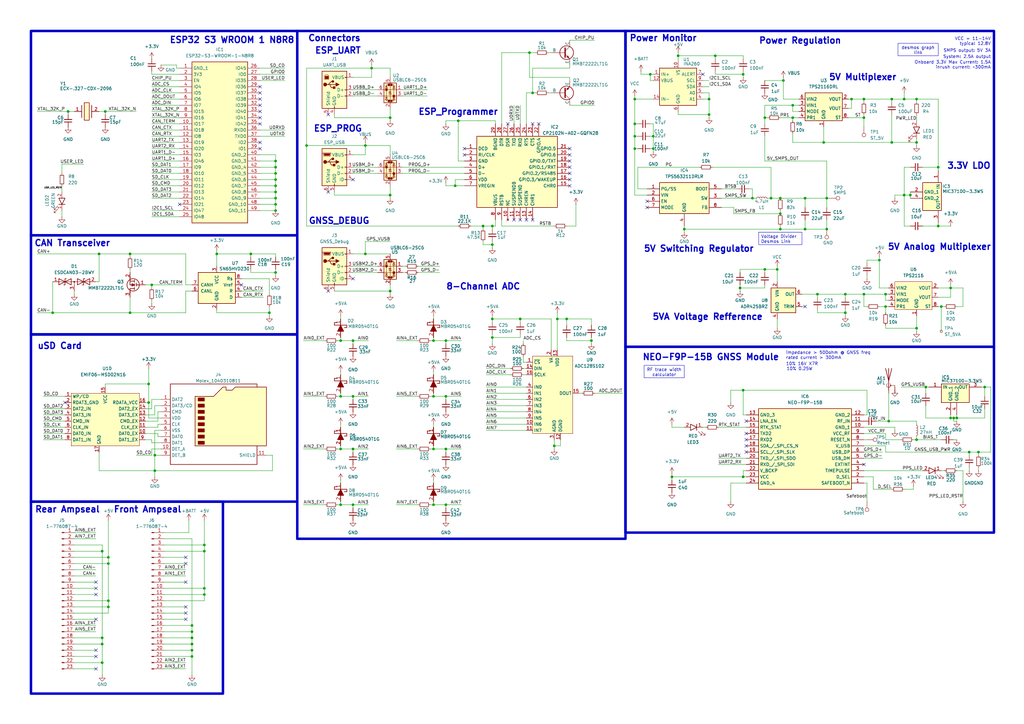
<source format=kicad_sch>
(kicad_sch (version 20250114) (generator "eeschema") (generator_version "9.0")
  (paper "A3")
  (title_block (title "SDM26 Datalogger") (rev "3.12") (company "Sun Devil Motorsports"))
  (rectangle (start 121.92 12.7) (end 256.54 220.98) (stroke (width 1.016)))
  (rectangle (start 12.7 205.74) (end 91.44 284.48) (stroke (width 1.016)))
  (rectangle (start 256.54 142.24) (end 407.67 218.44) (stroke (width 1.016)))
  (rectangle (start 256.54 12.7) (end 407.67 142.24) (stroke (width 1.016)))
  (rectangle (start 12.7 137.16) (end 121.92 205.74) (stroke (width 1.016)))
  (rectangle (start 12.7 12.7) (end 121.92 96.52) (stroke (width 1.016)))
  (rectangle (start 12.7 96.52) (end 121.92 137.16) (stroke (width 1.016)))
  (text "Power Regulation" (at 311.15 18.288 0) (effects (font (size 2.54 2.54) (thickness 0.512) (bold yes)) (justify left bottom)))
  (text "5V Multiplexer" (at 339.852 33.274 0) (effects (font (size 2.54 2.54) (thickness 0.512) (bold yes)) (justify left bottom)))
  (text "CAN Transceiver" (at 13.97 101.346 0) (effects (font (size 2.54 2.54) (thickness 0.512) (bold yes)) (justify left bottom)))
  (text "10% 16V X7R" (at 322.326 150.114 0) (effects (font (size 1.27 1.27)) (justify left bottom)))
  (text "inrush current: ~300mA" (at 406.4 28.448 0) (effects (font (size 1.27 1.27)) (justify right bottom)))
  (text "5V Switching Regulator" (at 263.906 103.632 0) (effects (font (size 2.54 2.54) (thickness 0.512) (bold yes)) (justify left bottom)))
  (text "5V Analog Multiplexer" (at 363.982 102.87 0) (effects (font (size 2.54 2.54) (thickness 0.512) (bold yes)) (justify left bottom)))
  (text "ESP32 S3 WROOM 1 N8R8" (at 120.904 18.034 0) (effects (font (size 2.54 2.54) (thickness 0.512) (bold yes)) (justify right bottom)))
  (text "Power Monitor" (at 258.064 17.272 0) (effects (font (size 2.54 2.54) (thickness 0.512) (bold yes)) (justify left bottom)))
  (text "Connectors" (at 126.238 17.272 0) (effects (font (size 2.54 2.54) (thickness 0.512) (bold yes)) (justify left bottom)))
  (text "10% 0.25W" (at 322.58 152.146 0) (effects (font (size 1.27 1.27)) (justify left bottom)))
  (text "ESP_PROG" (at 128.524 54.356 0) (effects (font (size 2.54 2.54) (thickness 0.512) (bold yes)) (justify left bottom)))
  (text "Onboard 3.3V Max Current: 1.5A" (at 406.4 26.416 0) (effects (font (size 1.27 1.27)) (justify right bottom)))
  (text "impedance > 500ohm @ GNSS freq\nrated current > 300mA" (at 322.326 147.574 0) (effects (font (size 1.27 1.27)) (justify left bottom)))
  (text "Front Ampseal" (at 46.482 210.566 0) (effects (font (size 2.54 2.54) (thickness 0.512) (bold yes)) (justify left bottom)))
  (text "3.3V LDO" (at 388.366 69.596 0) (effects (font (size 2.54 2.54) (thickness 0.512) (bold yes)) (justify left bottom)))
  (text "VCC = 11-14V\ntypical 12.8V" (at 406.4 18.796 0) (effects (font (size 1.27 1.27)) (justify right bottom)))
  (text "GNSS_DEBUG" (at 126.492 92.202 0) (effects (font (size 2.54 2.54) (thickness 0.512) (bold yes)) (justify left bottom)))
  (text "ESP_UART" (at 129.032 22.352 0) (effects (font (size 2.54 2.54) (thickness 0.512) (bold yes)) (justify left bottom)))
  (text "8-Channel ADC" (at 182.88 119.126 0) (effects (font (size 2.54 2.54) (thickness 0.512) (bold yes)) (justify left bottom)))
  (text "uSD Card" (at 15.24 143.51 0) (effects (font (size 2.54 2.54) (thickness 0.512) (bold yes)) (justify left bottom)))
  (text "ESP_Programmer" (at 171.45 47.498 0) (effects (font (size 2.54 2.54) (thickness 0.512) (bold yes)) (justify left bottom)))
  (text "5VA Voltage Refference " (at 267.462 131.572 0) (effects (font (size 2.54 2.54) (thickness 0.512) (bold yes)) (justify left bottom)))
  (text "SMPS output: 5V 3A" (at 406.4 21.59 0) (effects (font (size 1.27 1.27)) (justify right bottom)))
  (text "NEO-F9P-15B GNSS Module" (at 263.398 148.082 0) (effects (font (size 2.54 2.54) (thickness 0.512) (bold yes)) (justify left bottom)))
  (text "System: 2.5A output" (at 406.4 24.13 0) (effects (font (size 1.27 1.27)) (justify right bottom)))
  (text "Rear Ampseal\n" (at 14.224 210.566 0) (effects (font (size 2.54 2.54) (thickness 0.512) (bold yes)) (justify left bottom)))
  (text_box "desmos graph link" (at 368.3 17.78 0) (size 16.51 5.08) (margins 0.9525 0.9525 0.9525 0.9525) (effects (font (size 1.27 1.27)) (justify top)))
  (text_box "Voltage Divider Desmos Link" (at 311.15 95.25 0) (size 17.78 5.08) (margins 0.9525 0.9525 0.9525 0.9525) (effects (font (size 1.27 1.27)) (justify left top)))
  (text_box "RF trace width calculator" (at 264.16 149.86 0) (size 16.51 5.08) (margins 0.9525 0.9525 0.9525 0.9525) (effects (font (size 1.27 1.27)) (justify top)))
  (junction (at 373.38 80.01))
  (junction (at 41.91 226.06))
  (junction (at 83.82 226.06))
  (junction (at 27.94 45.72))
  (junction (at 364.49 172.72))
  (junction (at 365.76 58.42))
  (junction (at 139.7 184.15))
  (junction (at 330.2 81.28))
  (junction (at 228.6 130.81))
  (junction (at 304.8 160.02))
  (junction (at 363.22 120.65))
  (junction (at 320.04 93.98))
  (junction (at 78.74 269.24))
  (junction (at 278.13 22.86))
  (junction (at 293.37 22.86))
  (junction (at 266.7 30.48))
  (junction (at 182.88 139.7))
  (junction (at 386.08 125.73))
  (junction (at 354.33 48.26))
  (junction (at 186.69 76.2))
  (junction (at 177.8 207.01))
  (junction (at 242.57 139.7))
  (junction (at 78.74 266.7))
  (junction (at 313.69 48.26))
  (junction (at 384.81 92.71))
  (junction (at 370.84 40.64))
  (junction (at 160.02 119.38))
  (junction (at 308.61 81.28))
  (junction (at 44.45 248.92))
  (junction (at 217.17 21.59))
  (junction (at 113.03 111.76))
  (junction (at 44.45 246.38))
  (junction (at 403.86 158.75))
  (junction (at 260.35 60.96))
  (junction (at 198.12 92.71))
  (junction (at 379.73 158.75))
  (junction (at 391.16 171.45))
  (junction (at 177.8 162.56))
  (junction (at 370.84 80.01))
  (junction (at 177.8 139.7))
  (junction (at 177.8 184.15))
  (junction (at 53.34 128.27))
  (junction (at 144.78 139.7))
  (junction (at 187.96 49.53))
  (junction (at 53.34 104.14))
  (junction (at 78.74 259.08))
  (junction (at 318.77 110.49))
  (junction (at 290.83 46.99))
  (junction (at 41.91 271.78))
  (junction (at 304.8 30.48))
  (junction (at 290.83 40.64))
  (junction (at 144.78 207.01))
  (junction (at 113.03 71.12))
  (junction (at 316.23 81.28))
  (junction (at 397.51 185.42))
  (junction (at 325.12 48.26))
  (junction (at 267.97 60.96))
  (junction (at 144.78 184.15))
  (junction (at 346.71 120.65))
  (junction (at 139.7 139.7))
  (junction (at 44.45 228.6))
  (junction (at 365.76 40.64))
  (junction (at 102.87 104.14))
  (junction (at 88.9 104.14))
  (junction (at 339.09 81.28))
  (junction (at 267.97 55.88))
  (junction (at 83.82 241.3))
  (junction (at 330.2 93.98))
  (junction (at 275.59 195.58))
  (junction (at 160.02 80.01))
  (junction (at 113.03 76.2))
  (junction (at 139.7 162.56))
  (junction (at 375.92 58.42))
  (junction (at 152.4 27.94))
  (junction (at 41.91 261.62))
  (junction (at 313.69 110.49))
  (junction (at 260.35 40.64))
  (junction (at 63.5 186.69))
  (junction (at 160.02 48.26))
  (junction (at 337.82 58.42))
  (junction (at 392.43 171.45))
  (junction (at 201.93 130.81))
  (junction (at 232.41 130.81))
  (junction (at 62.23 116.84))
  (junction (at 113.03 68.58))
  (junction (at 113.03 66.04))
  (junction (at 320.04 81.28))
  (junction (at 201.93 138.43))
  (junction (at 110.49 128.27))
  (junction (at 83.82 243.84))
  (junction (at 113.03 81.28))
  (junction (at 43.18 45.72))
  (junction (at 113.03 73.66))
  (junction (at 218.44 38.1))
  (junction (at 201.93 100.33))
  (junction (at 325.12 43.18))
  (junction (at 60.96 165.1))
  (junction (at 354.33 120.65))
  (junction (at 360.68 106.68))
  (junction (at 40.64 104.14))
  (junction (at 321.31 33.02))
  (junction (at 182.88 207.01))
  (junction (at 304.8 195.58))
  (junction (at 260.35 55.88))
  (junction (at 260.35 50.8))
  (junction (at 144.78 162.56))
  (junction (at 44.45 231.14))
  (junction (at 363.22 125.73))
  (junction (at 320.04 87.63))
  (junction (at 139.7 207.01))
  (junction (at 375.92 134.62))
  (junction (at 149.86 104.14))
  (junction (at 182.88 162.56))
  (junction (at 375.92 40.64))
  (junction (at 113.03 83.82))
  (junction (at 83.82 223.52))
  (junction (at 182.88 184.15))
  (junction (at 213.36 130.81))
  (junction (at 78.74 264.16))
  (junction (at 41.91 264.16))
  (junction (at 349.25 40.64))
  (junction (at 401.32 185.42))
  (junction (at 384.81 68.58))
  (junction (at 375.92 180.34))
  (junction (at 280.67 93.98))
  (junction (at 113.03 86.36))
  (junction (at 201.93 92.71))
  (junction (at 78.74 261.62))
  (junction (at 149.86 59.69))
  (junction (at 346.71 128.27))
  (junction (at 78.74 256.54))
  (junction (at 389.89 171.45))
  (junction (at 303.53 118.11))
  (junction (at 60.96 157.48))
  (junction (at 21.59 128.27))
  (junction (at 335.28 120.65))
  (junction (at 354.33 40.64))
  (junction (at 227.33 182.88))
  (junction (at 63.5 193.04))
  (junction (at 339.09 93.98))
  (junction (at 113.03 78.74))
  (junction (at 389.89 118.11))
  (junction (at 125.73 59.69))
  (no_connect (at 106.68 48.26))
  (no_connect (at 208.28 50.8))
  (no_connect (at 106.68 45.72))
  (no_connect (at 306.07 172.72))
  (no_connect (at 76.2 254))
  (no_connect (at 76.2 248.92))
  (no_connect (at 218.44 90.17))
  (no_connect (at 330.2 125.73))
  (no_connect (at 213.36 90.17))
  (no_connect (at 306.07 180.34))
  (no_connect (at 306.07 185.42))
  (no_connect (at 106.68 40.64))
  (no_connect (at 233.68 73.66))
  (no_connect (at 233.68 76.2))
  (no_connect (at 26.67 165.1))
  (no_connect (at 354.33 190.5))
  (no_connect (at 233.68 63.5))
  (no_connect (at 39.37 254))
  (no_connect (at 76.2 238.76))
  (no_connect (at 233.68 71.12))
  (no_connect (at 265.43 85.09))
  (no_connect (at 134.62 78.74))
  (no_connect (at 215.9 90.17))
  (no_connect (at 39.37 241.3))
  (no_connect (at 134.62 46.99))
  (no_connect (at 106.68 50.8))
  (no_connect (at 106.68 38.1))
  (no_connect (at 73.66 83.82))
  (no_connect (at 76.2 251.46))
  (no_connect (at 106.68 35.56))
  (no_connect (at 210.82 90.17))
  (no_connect (at 39.37 269.24))
  (no_connect (at 218.44 50.8))
  (no_connect (at 144.78 114.3))
  (no_connect (at 76.2 228.6))
  (no_connect (at 144.78 73.66))
  (no_connect (at 39.37 266.7))
  (no_connect (at 39.37 243.84))
  (no_connect (at 288.29 30.48))
  (no_connect (at 39.37 238.76))
  (no_connect (at 134.62 119.38))
  (no_connect (at 306.07 182.88))
  (no_connect (at 106.68 43.18))
  (no_connect (at 190.5 60.96))
  (no_connect (at 99.06 116.84))
  (no_connect (at 106.68 60.96))
  (no_connect (at 306.07 177.8))
  (no_connect (at 106.68 58.42))
  (no_connect (at 233.68 68.58))
  (no_connect (at 233.68 66.04))
  (no_connect (at 220.98 50.8))
  (no_connect (at 233.68 60.96))
  (no_connect (at 265.43 82.55))
  (no_connect (at 76.2 231.14))
  (no_connect (at 190.5 63.5))
  (no_connect (at 39.37 274.32))
  (wire (pts (xy 278.13 21.59) (xy 278.13 22.86)))
  (wire (pts (xy 67.31 254) (xy 76.2 254)))
  (wire (pts (xy 354.33 195.58) (xy 358.14 195.58)))
  (wire (pts (xy 180.34 109.22) (xy 171.45 109.22)))
  (wire (pts (xy 363.22 125.73) (xy 363.22 128.27)))
  (wire (pts (xy 67.31 274.32) (xy 76.2 274.32)))
  (wire (pts (xy 237.49 161.29) (xy 238.76 161.29)))
  (wire (pts (xy 367.03 161.29) (xy 367.03 160.02)))
  (wire (pts (xy 62.23 68.58) (xy 73.66 68.58)))
  (wire (pts (xy 177.8 139.7) (xy 177.8 138.43)))
  (wire (pts (xy 318.77 130.81) (xy 318.77 134.62)))
  (wire (pts (xy 30.48 251.46) (xy 44.45 251.46)))
  (wire (pts (xy 182.88 162.56) (xy 189.23 162.56)))
  (wire (pts (xy 280.67 93.98) (xy 280.67 92.71)))
  (wire (pts (xy 363.22 123.19) (xy 363.22 120.65)))
  (wire (pts (xy 313.69 43.18) (xy 325.12 43.18)))
  (wire (pts (xy 214.63 153.67) (xy 215.9 153.67)))
  (wire (pts (xy 354.33 40.64) (xy 354.33 41.91)))
  (wire (pts (xy 327.66 40.64) (xy 321.31 40.64)))
  (wire (pts (xy 375.92 58.42) (xy 375.92 59.69)))
  (wire (pts (xy 160.02 119.38) (xy 160.02 120.65)))
  (wire (pts (xy 182.88 207.01) (xy 189.23 207.01)))
  (wire (pts (xy 144.78 104.14) (xy 149.86 104.14)))
  (wire (pts (xy 199.39 151.13) (xy 209.55 151.13)))
  (wire (pts (xy 15.24 45.72) (xy 27.94 45.72)))
  (wire (pts (xy 78.74 264.16) (xy 78.74 266.7)))
  (wire (pts (xy 262.89 30.48) (xy 266.7 30.48)))
  (wire (pts (xy 62.23 116.84) (xy 74.93 116.84)))
  (wire (pts (xy 111.76 186.69) (xy 111.76 193.04)))
  (wire (pts (xy 198.12 100.33) (xy 201.93 100.33)))
  (wire (pts (xy 199.39 158.75) (xy 215.9 158.75)))
  (wire (pts (xy 261.62 55.88) (xy 260.35 55.88)))
  (wire (pts (xy 349.25 40.64) (xy 349.25 44.45)))
  (wire (pts (xy 62.23 76.2) (xy 73.66 76.2)))
  (wire (pts (xy 295.91 81.28) (xy 308.61 81.28)))
  (wire (pts (xy 67.31 218.44) (xy 77.47 218.44)))
  (wire (pts (xy 67.31 233.68) (xy 76.2 233.68)))
  (wire (pts (xy 198.12 92.71) (xy 201.93 92.71)))
  (wire (pts (xy 232.41 139.7) (xy 242.57 139.7)))
  (wire (pts (xy 375.92 172.72) (xy 375.92 173.99)))
  (wire (pts (xy 198.12 99.06) (xy 198.12 100.33)))
  (wire (pts (xy 62.23 86.36) (xy 73.66 86.36)))
  (wire (pts (xy 76.2 104.14) (xy 76.2 116.84)))
  (wire (pts (xy 40.64 193.04) (xy 63.5 193.04)))
  (wire (pts (xy 124.46 162.56) (xy 133.35 162.56)))
  (wire (pts (xy 30.48 259.08) (xy 39.37 259.08)))
  (wire (pts (xy 66.04 166.37) (xy 63.5 166.37)))
  (wire (pts (xy 30.48 233.68) (xy 39.37 233.68)))
  (wire (pts (xy 177.8 139.7) (xy 182.88 139.7)))
  (wire (pts (xy 17.78 162.56) (xy 26.67 162.56)))
  (wire (pts (xy 201.93 138.43) (xy 201.93 140.97)))
  (wire (pts (xy 59.69 167.64) (xy 62.23 167.64)))
  (wire (pts (xy 137.16 80.01) (xy 137.16 78.74)))
  (wire (pts (xy 290.83 38.1) (xy 288.29 38.1)))
  (wire (pts (xy 30.48 220.98) (xy 39.37 220.98)))
  (wire (pts (xy 67.31 223.52) (xy 83.82 223.52)))
  (wire (pts (xy 149.86 104.14) (xy 160.02 104.14)))
  (wire (pts (xy 280.67 93.98) (xy 320.04 93.98)))
  (wire (pts (xy 138.43 139.7) (xy 139.7 139.7)))
  (wire (pts (xy 228.6 130.81) (xy 228.6 143.51)))
  (wire (pts (xy 78.74 256.54) (xy 78.74 259.08)))
  (wire (pts (xy 320.04 86.36) (xy 320.04 87.63)))
  (wire (pts (xy 321.31 33.02) (xy 321.31 40.64)))
  (wire (pts (xy 106.68 68.58) (xy 113.03 68.58)))
  (wire (pts (xy 25.4 76.2) (xy 25.4 78.74)))
  (wire (pts (xy 139.7 129.54) (xy 139.7 130.81)))
  (wire (pts (xy 325.12 48.26) (xy 327.66 48.26)))
  (wire (pts (xy 354.33 120.65) (xy 363.22 120.65)))
  (wire (pts (xy 275.59 173.99) (xy 275.59 175.26)))
  (wire (pts (xy 190.5 66.04) (xy 187.96 66.04)))
  (wire (pts (xy 403.86 158.75) (xy 406.4 158.75)))
  (wire (pts (xy 63.5 166.37) (xy 63.5 170.18)))
  (wire (pts (xy 144.78 185.42) (xy 144.78 184.15)))
  (wire (pts (xy 401.32 185.42) (xy 406.4 185.42)))
  (wire (pts (xy 88.9 104.14) (xy 88.9 109.22)))
  (wire (pts (xy 303.53 118.11) (xy 303.53 119.38)))
  (wire (pts (xy 106.68 76.2) (xy 113.03 76.2)))
  (wire (pts (xy 313.69 66.04) (xy 339.09 66.04)))
  (wire (pts (xy 62.23 116.84) (xy 62.23 118.11)))
  (wire (pts (xy 375.92 134.62) (xy 363.22 134.62)))
  (wire (pts (xy 233.68 31.75) (xy 233.68 33.02)))
  (wire (pts (xy 62.23 35.56) (xy 73.66 35.56)))
  (wire (pts (xy 30.48 271.78) (xy 41.91 271.78)))
  (wire (pts (xy 355.6 125.73) (xy 354.33 125.73)))
  (wire (pts (xy 106.68 27.94) (xy 116.84 27.94)))
  (wire (pts (xy 64.77 179.07) (xy 66.04 179.07)))
  (wire (pts (xy 62.23 123.19) (xy 62.23 124.46)))
  (wire (pts (xy 30.48 223.52) (xy 41.91 223.52)))
  (wire (pts (xy 242.57 138.43) (xy 242.57 139.7)))
  (wire (pts (xy 187.96 49.53) (xy 187.96 66.04)))
  (wire (pts (xy 293.37 22.86) (xy 304.8 22.86)))
  (wire (pts (xy 73.66 27.94) (xy 72.39 27.94)))
  (wire (pts (xy 363.22 180.34) (xy 363.22 177.8)))
  (wire (pts (xy 288.29 35.56) (xy 290.83 35.56)))
  (wire (pts (xy 110.49 128.27) (xy 110.49 129.54)))
  (wire (pts (xy 15.24 128.27) (xy 21.59 128.27)))
  (wire (pts (xy 201.93 99.06) (xy 201.93 100.33)))
  (wire (pts (xy 278.13 45.72) (xy 278.13 46.99)))
  (wire (pts (xy 139.7 152.4) (xy 139.7 153.67)))
  (wire (pts (xy 384.81 68.58) (xy 384.81 69.85)))
  (wire (pts (xy 30.48 246.38) (xy 44.45 246.38)))
  (wire (pts (xy 62.23 48.26) (xy 73.66 48.26)))
  (wire (pts (xy 360.68 125.73) (xy 363.22 125.73)))
  (wire (pts (xy 165.1 36.83) (xy 175.26 36.83)))
  (wire (pts (xy 113.03 111.76) (xy 113.03 113.03)))
  (wire (pts (xy 43.18 158.75) (xy 43.18 157.48)))
  (wire (pts (xy 162.56 139.7) (xy 171.45 139.7)))
  (wire (pts (xy 62.23 55.88) (xy 73.66 55.88)))
  (wire (pts (xy 370.84 68.58) (xy 373.38 68.58)))
  (wire (pts (xy 266.7 33.02) (xy 267.97 33.02)))
  (wire (pts (xy 214.63 139.7) (xy 214.63 140.97)))
  (wire (pts (xy 304.8 160.02) (xy 304.8 170.18)))
  (wire (pts (xy 354.33 175.26) (xy 367.03 175.26)))
  (wire (pts (xy 124.46 139.7) (xy 133.35 139.7)))
  (wire (pts (xy 67.31 248.92) (xy 76.2 248.92)))
  (wire (pts (xy 182.88 184.15) (xy 189.23 184.15)))
  (wire (pts (xy 316.23 81.28) (xy 320.04 81.28)))
  (wire (pts (xy 106.68 81.28) (xy 113.03 81.28)))
  (wire (pts (xy 260.35 80.01) (xy 265.43 80.01)))
  (wire (pts (xy 210.82 50.8) (xy 210.82 43.18)))
  (wire (pts (xy 306.07 193.04) (xy 304.8 193.04)))
  (wire (pts (xy 73.66 63.5) (xy 62.23 63.5)))
  (wire (pts (xy 349.25 40.64) (xy 354.33 40.64)))
  (wire (pts (xy 335.28 128.27) (xy 335.28 127)))
  (wire (pts (xy 76.2 116.84) (xy 78.74 116.84)))
  (wire (pts (xy 304.8 30.48) (xy 304.8 31.75)))
  (wire (pts (xy 144.78 207.01) (xy 151.13 207.01)))
  (wire (pts (xy 288.29 175.26) (xy 289.56 175.26)))
  (wire (pts (xy 40.64 104.14) (xy 53.34 104.14)))
  (wire (pts (xy 365.76 40.64) (xy 370.84 40.64)))
  (wire (pts (xy 17.78 180.34) (xy 26.67 180.34)))
  (wire (pts (xy 62.23 58.42) (xy 73.66 58.42)))
  (wire (pts (xy 375.92 57.15) (xy 375.92 58.42)))
  (wire (pts (xy 40.64 45.72) (xy 43.18 45.72)))
  (wire (pts (xy 367.03 80.01) (xy 367.03 81.28)))
  (wire (pts (xy 137.16 80.01) (xy 160.02 80.01)))
  (wire (pts (xy 176.53 207.01) (xy 177.8 207.01)))
  (wire (pts (xy 125.73 59.69) (xy 149.86 59.69)))
  (wire (pts (xy 325.12 45.72) (xy 327.66 45.72)))
  (wire (pts (xy 186.69 76.2) (xy 190.5 76.2)))
  (wire (pts (xy 109.22 186.69) (xy 111.76 186.69)))
  (wire (pts (xy 355.6 198.12) (xy 355.6 205.74)))
  (wire (pts (xy 125.73 59.69) (xy 125.73 92.71)))
  (wire (pts (xy 83.82 243.84) (xy 83.82 246.38)))
  (wire (pts (xy 41.91 261.62) (xy 41.91 264.16)))
  (wire (pts (xy 102.87 104.14) (xy 113.03 104.14)))
  (wire (pts (xy 233.68 27.94) (xy 233.68 26.67)))
  (wire (pts (xy 78.74 269.24) (xy 78.74 276.86)))
  (wire (pts (xy 62.23 30.48) (xy 73.66 30.48)))
  (wire (pts (xy 144.78 162.56) (xy 151.13 162.56)))
  (wire (pts (xy 62.23 88.9) (xy 73.66 88.9)))
  (wire (pts (xy 384.81 118.11) (xy 389.89 118.11)))
  (wire (pts (xy 63.5 193.04) (xy 111.76 193.04)))
  (wire (pts (xy 354.33 48.26) (xy 354.33 46.99)))
  (wire (pts (xy 78.74 220.98) (xy 78.74 256.54)))
  (wire (pts (xy 397.51 186.69) (xy 397.51 185.42)))
  (wire (pts (xy 290.83 40.64) (xy 290.83 46.99)))
  (wire (pts (xy 149.86 59.69) (xy 149.86 63.5)))
  (wire (pts (xy 375.92 179.07) (xy 375.92 180.34)))
  (wire (pts (xy 363.22 185.42) (xy 363.22 182.88)))
  (wire (pts (xy 275.59 195.58) (xy 275.59 194.31)))
  (wire (pts (xy 233.68 16.51) (xy 243.84 16.51)))
  (wire (pts (xy 306.07 195.58) (xy 304.8 195.58)))
  (wire (pts (xy 304.8 195.58) (xy 304.8 193.04)))
  (wire (pts (xy 113.03 110.49) (xy 113.03 111.76)))
  (wire (pts (xy 64.77 168.91) (xy 64.77 172.72)))
  (wire (pts (xy 325.12 54.61) (xy 325.12 58.42)))
  (wire (pts (xy 370.84 80.01) (xy 367.03 80.01)))
  (wire (pts (xy 375.92 134.62) (xy 375.92 135.89)))
  (wire (pts (xy 53.34 121.92) (xy 53.34 128.27)))
  (wire (pts (xy 303.53 111.76) (xy 303.53 110.49)))
  (wire (pts (xy 160.02 76.2) (xy 160.02 80.01)))
  (wire (pts (xy 160.02 44.45) (xy 160.02 48.26)))
  (wire (pts (xy 199.39 168.91) (xy 215.9 168.91)))
  (wire (pts (xy 365.76 46.99) (xy 365.76 58.42)))
  (wire (pts (xy 144.78 36.83) (xy 154.94 36.83)))
  (wire (pts (xy 62.23 163.83) (xy 66.04 163.83)))
  (wire (pts (xy 99.06 119.38) (xy 107.95 119.38)))
  (wire (pts (xy 182.88 139.7) (xy 189.23 139.7)))
  (wire (pts (xy 40.64 185.42) (xy 40.64 193.04)))
  (wire (pts (xy 53.34 104.14) (xy 76.2 104.14)))
  (wire (pts (xy 106.68 86.36) (xy 113.03 86.36)))
  (wire (pts (xy 214.63 148.59) (xy 214.63 146.05)))
  (wire (pts (xy 177.8 207.01) (xy 177.8 205.74)))
  (wire (pts (xy 144.78 139.7) (xy 151.13 139.7)))
  (wire (pts (xy 354.33 198.12) (xy 355.6 198.12)))
  (wire (pts (xy 307.34 77.47) (xy 308.61 77.47)))
  (wire (pts (xy 328.93 120.65) (xy 335.28 120.65)))
  (wire (pts (xy 375.92 46.99) (xy 375.92 49.53)))
  (wire (pts (xy 347.98 40.64) (xy 349.25 40.64)))
  (wire (pts (xy 358.14 200.66) (xy 365.76 200.66)))
  (wire (pts (xy 165.1 39.37) (xy 175.26 39.37)))
  (wire (pts (xy 30.48 228.6) (xy 44.45 228.6)))
  (wire (pts (xy 113.03 104.14) (xy 113.03 105.41)))
  (wire (pts (xy 66.04 173.99) (xy 64.77 173.99)))
  (wire (pts (xy 355.6 107.95) (xy 355.6 106.68)))
  (wire (pts (xy 201.93 100.33) (xy 201.93 101.6)))
  (wire (pts (xy 30.48 264.16) (xy 41.91 264.16)))
  (wire (pts (xy 30.48 226.06) (xy 41.91 226.06)))
  (wire (pts (xy 364.49 161.29) (xy 364.49 172.72)))
  (wire (pts (xy 138.43 207.01) (xy 139.7 207.01)))
  (wire (pts (xy 15.24 104.14) (xy 40.64 104.14)))
  (wire (pts (xy 106.68 78.74) (xy 113.03 78.74)))
  (wire (pts (xy 384.81 121.92) (xy 389.89 121.92)))
  (wire (pts (xy 40.64 104.14) (xy 40.64 115.57)))
  (wire (pts (xy 62.23 50.8) (xy 73.66 50.8)))
  (wire (pts (xy 67.31 246.38) (xy 83.82 246.38)))
  (wire (pts (xy 199.39 171.45) (xy 215.9 171.45)))
  (wire (pts (xy 67.31 236.22) (xy 76.2 236.22)))
  (wire (pts (xy 370.84 80.01) (xy 370.84 92.71)))
  (wire (pts (xy 354.33 177.8) (xy 363.22 177.8)))
  (wire (pts (xy 355.6 106.68) (xy 360.68 106.68)))
  (wire (pts (xy 66.04 168.91) (xy 64.77 168.91)))
  (wire (pts (xy 232.41 130.81) (xy 228.6 130.81)))
  (wire (pts (xy 275.59 195.58) (xy 304.8 195.58)))
  (wire (pts (xy 260.35 60.96) (xy 260.35 80.01)))
  (wire (pts (xy 88.9 104.14) (xy 102.87 104.14)))
  (wire (pts (xy 213.36 50.8) (xy 213.36 43.18)))
  (wire (pts (xy 176.53 162.56) (xy 177.8 162.56)))
  (wire (pts (xy 278.13 22.86) (xy 278.13 25.4)))
  (wire (pts (xy 260.35 55.88) (xy 260.35 60.96)))
  (wire (pts (xy 62.23 60.96) (xy 73.66 60.96)))
  (wire (pts (xy 313.69 66.04) (xy 313.69 55.88)))
  (wire (pts (xy 218.44 27.94) (xy 218.44 38.1)))
  (wire (pts (xy 180.34 111.76) (xy 171.45 111.76)))
  (wire (pts (xy 78.74 259.08) (xy 78.74 261.62)))
  (wire (pts (xy 236.22 92.71) (xy 236.22 83.82)))
  (wire (pts (xy 113.03 76.2) (xy 113.03 78.74)))
  (wire (pts (xy 27.94 46.99) (xy 27.94 45.72)))
  (wire (pts (xy 149.86 99.06) (xy 160.02 99.06)))
  (wire (pts (xy 359.41 172.72) (xy 364.49 172.72)))
  (wire (pts (xy 294.64 175.26) (xy 306.07 175.26)))
  (wire (pts (xy 391.16 171.45) (xy 392.43 171.45)))
  (wire (pts (xy 44.45 246.38) (xy 44.45 248.92)))
  (wire (pts (xy 144.78 31.75) (xy 152.4 31.75)))
  (wire (pts (xy 124.46 184.15) (xy 133.35 184.15)))
  (wire (pts (xy 106.68 30.48) (xy 116.84 30.48)))
  (wire (pts (xy 43.18 45.72) (xy 55.88 45.72)))
  (wire (pts (xy 66.04 26.67) (xy 72.39 26.67)))
  (wire (pts (xy 60.96 165.1) (xy 60.96 157.48)))
  (wire (pts (xy 30.48 241.3) (xy 39.37 241.3)))
  (wire (pts (xy 361.95 187.96) (xy 354.33 187.96)))
  (wire (pts (xy 295.91 77.47) (xy 302.26 77.47)))
  (wire (pts (xy 77.47 213.36) (xy 77.47 218.44)))
  (wire (pts (xy 205.74 92.71) (xy 227.33 92.71)))
  (wire (pts (xy 374.65 180.34) (xy 375.92 180.34)))
  (wire (pts (xy 304.8 160.02) (xy 355.6 160.02)))
  (wire (pts (xy 125.73 27.94) (xy 125.73 59.69)))
  (wire (pts (xy 144.78 184.15) (xy 139.7 184.15)))
  (wire (pts (xy 66.04 176.53) (xy 63.5 176.53)))
  (wire (pts (xy 67.31 220.98) (xy 78.74 220.98)))
  (wire (pts (xy 144.78 140.97) (xy 144.78 139.7)))
  (wire (pts (xy 53.34 110.49) (xy 53.34 111.76)))
  (wire (pts (xy 139.7 162.56) (xy 144.78 162.56)))
  (wire (pts (xy 67.31 238.76) (xy 76.2 238.76)))
  (wire (pts (xy 304.8 29.21) (xy 304.8 30.48)))
  (wire (pts (xy 149.86 58.42) (xy 149.86 59.69)))
  (wire (pts (xy 30.48 243.84) (xy 39.37 243.84)))
  (wire (pts (xy 139.7 173.99) (xy 139.7 175.26)))
  (wire (pts (xy 72.39 26.67) (xy 72.39 27.94)))
  (wire (pts (xy 106.68 73.66) (xy 113.03 73.66)))
  (wire (pts (xy 392.43 170.18) (xy 392.43 171.45)))
  (wire (pts (xy 335.28 120.65) (xy 346.71 120.65)))
  (wire (pts (xy 67.31 271.78) (xy 76.2 271.78)))
  (wire (pts (xy 67.31 264.16) (xy 78.74 264.16)))
  (wire (pts (xy 182.88 76.2) (xy 182.88 74.93)))
  (wire (pts (xy 292.1 68.58) (xy 316.23 68.58)))
  (wire (pts (xy 21.59 128.27) (xy 53.34 128.27)))
  (wire (pts (xy 30.48 236.22) (xy 39.37 236.22)))
  (wire (pts (xy 373.38 80.01) (xy 370.84 80.01)))
  (wire (pts (xy 293.37 29.21) (xy 293.37 30.48)))
  (wire (pts (xy 229.87 182.88) (xy 227.33 182.88)))
  (wire (pts (xy 397.51 185.42) (xy 401.32 185.42)))
  (wire (pts (xy 144.78 208.28) (xy 144.78 207.01)))
  (wire (pts (xy 363.22 125.73) (xy 364.49 125.73)))
  (wire (pts (xy 242.57 133.35) (xy 242.57 130.81)))
  (wire (pts (xy 41.91 271.78) (xy 41.91 276.86)))
  (wire (pts (xy 201.93 92.71) (xy 201.93 93.98)))
  (wire (pts (xy 67.31 243.84) (xy 83.82 243.84)))
  (wire (pts (xy 363.22 120.65) (xy 364.49 120.65)))
  (wire (pts (xy 182.88 162.56) (xy 182.88 163.83)))
  (wire (pts (xy 339.09 81.28) (xy 339.09 85.09)))
  (wire (pts (xy 346.71 128.27) (xy 346.71 127)))
  (wire (pts (xy 113.03 66.04) (xy 113.03 68.58)))
  (wire (pts (xy 217.17 21.59) (xy 219.71 21.59)))
  (wire (pts (xy 59.69 180.34) (xy 62.23 180.34)))
  (wire (pts (xy 199.39 173.99) (xy 215.9 173.99)))
  (wire (pts (xy 370.84 40.64) (xy 375.92 40.64)))
  (wire (pts (xy 62.23 33.02) (xy 73.66 33.02)))
  (wire (pts (xy 139.7 184.15) (xy 139.7 182.88)))
  (wire (pts (xy 337.82 52.07) (xy 337.82 58.42)))
  (wire (pts (xy 347.98 48.26) (xy 354.33 48.26)))
  (wire (pts (xy 389.89 170.18) (xy 389.89 171.45)))
  (wire (pts (xy 261.62 50.8) (xy 260.35 50.8)))
  (wire (pts (xy 30.48 261.62) (xy 41.91 261.62)))
  (wire (pts (xy 389.89 118.11) (xy 389.89 116.84)))
  (wire (pts (xy 102.87 111.76) (xy 102.87 110.49)))
  (wire (pts (xy 265.43 77.47) (xy 261.62 77.47)))
  (wire (pts (xy 260.35 50.8) (xy 260.35 55.88)))
  (wire (pts (xy 243.84 161.29) (xy 255.27 161.29)))
  (wire (pts (xy 335.28 120.65) (xy 335.28 121.92)))
  (wire (pts (xy 394.97 118.11) (xy 389.89 118.11)))
  (wire (pts (xy 346.71 129.54) (xy 346.71 128.27)))
  (wire (pts (xy 139.7 139.7) (xy 139.7 138.43)))
  (wire (pts (xy 83.82 213.36) (xy 83.82 223.52)))
  (wire (pts (xy 63.5 176.53) (xy 63.5 186.69)))
  (wire (pts (xy 335.28 128.27) (xy 346.71 128.27)))
  (wire (pts (xy 106.68 66.04) (xy 113.03 66.04)))
  (wire (pts (xy 214.63 151.13) (xy 215.9 151.13)))
  (wire (pts (xy 186.69 73.66) (xy 186.69 76.2)))
  (wire (pts (xy 299.72 160.02) (xy 299.72 165.1)))
  (wire (pts (xy 162.56 184.15) (xy 171.45 184.15)))
  (wire (pts (xy 67.31 231.14) (xy 76.2 231.14)))
  (wire (pts (xy 67.31 251.46) (xy 76.2 251.46)))
  (wire (pts (xy 67.31 269.24) (xy 78.74 269.24)))
  (wire (pts (xy 261.62 77.47) (xy 261.62 68.58)))
  (wire (pts (xy 370.84 68.58) (xy 370.84 80.01)))
  (wire (pts (xy 308.61 77.47) (xy 308.61 81.28)))
  (wire (pts (xy 138.43 162.56) (xy 139.7 162.56)))
  (wire (pts (xy 144.78 109.22) (xy 154.94 109.22)))
  (wire (pts (xy 83.82 223.52) (xy 83.82 226.06)))
  (wire (pts (xy 313.69 48.26) (xy 313.69 50.8)))
  (wire (pts (xy 260.35 40.64) (xy 267.97 40.64)))
  (wire (pts (xy 339.09 81.28) (xy 330.2 81.28)))
  (wire (pts (xy 59.69 175.26) (xy 64.77 175.26)))
  (wire (pts (xy 267.97 50.8) (xy 267.97 55.88)))
  (wire (pts (xy 320.04 48.26) (xy 325.12 48.26)))
  (wire (pts (xy 139.7 139.7) (xy 144.78 139.7)))
  (wire (pts (xy 267.97 60.96) (xy 267.97 62.23)))
  (wire (pts (xy 160.02 59.69) (xy 160.02 63.5)))
  (wire (pts (xy 177.8 184.15) (xy 177.8 182.88)))
  (wire (pts (xy 99.06 121.92) (xy 107.95 121.92)))
  (wire (pts (xy 182.88 49.53) (xy 187.96 49.53)))
  (wire (pts (xy 233.68 27.94) (xy 218.44 27.94)))
  (wire (pts (xy 62.23 186.69) (xy 62.23 184.15)))
  (wire (pts (xy 320.04 93.98) (xy 330.2 93.98)))
  (wire (pts (xy 160.02 81.28) (xy 160.02 80.01)))
  (wire (pts (xy 113.03 78.74) (xy 113.03 81.28)))
  (wire (pts (xy 339.09 90.17) (xy 339.09 93.98)))
  (wire (pts (xy 64.77 173.99) (xy 64.77 175.26)))
  (wire (pts (xy 182.88 139.7) (xy 182.88 140.97)))
  (wire (pts (xy 198.12 93.98) (xy 198.12 92.71)))
  (wire (pts (xy 17.78 170.18) (xy 26.67 170.18)))
  (wire (pts (xy 144.78 71.12) (xy 154.94 71.12)))
  (wire (pts (xy 62.23 66.04) (xy 73.66 66.04)))
  (wire (pts (xy 43.18 157.48) (xy 60.96 157.48)))
  (wire (pts (xy 165.1 71.12) (xy 190.5 71.12)))
  (wire (pts (xy 177.8 207.01) (xy 182.88 207.01)))
  (wire (pts (xy 227.33 182.88) (xy 227.33 184.15)))
  (wire (pts (xy 62.23 45.72) (xy 73.66 45.72)))
  (wire (pts (xy 364.49 118.11) (xy 360.68 118.11)))
  (wire (pts (xy 165.1 68.58) (xy 190.5 68.58)))
  (wire (pts (xy 78.74 266.7) (xy 78.74 269.24)))
  (wire (pts (xy 182.88 184.15) (xy 182.88 185.42)))
  (wire (pts (xy 162.56 162.56) (xy 171.45 162.56)))
  (wire (pts (xy 62.23 43.18) (xy 73.66 43.18)))
  (wire (pts (xy 232.41 133.35) (xy 232.41 130.81)))
  (wire (pts (xy 313.69 111.76) (xy 313.69 110.49)))
  (wire (pts (xy 224.79 38.1) (xy 226.06 38.1)))
  (wire (pts (xy 261.62 60.96) (xy 260.35 60.96)))
  (wire (pts (xy 306.07 170.18) (xy 304.8 170.18)))
  (wire (pts (xy 325.12 48.26) (xy 325.12 49.53)))
  (wire (pts (xy 379.73 166.37) (xy 379.73 171.45)))
  (wire (pts (xy 55.88 186.69) (xy 62.23 186.69)))
  (wire (pts (xy 214.63 148.59) (xy 215.9 148.59)))
  (wire (pts (xy 144.78 162.56) (xy 144.78 163.83)))
  (wire (pts (xy 76.2 128.27) (xy 76.2 119.38)))
  (wire (pts (xy 106.68 83.82) (xy 113.03 83.82)))
  (wire (pts (xy 384.81 92.71) (xy 384.81 91.44)))
  (wire (pts (xy 43.18 46.99) (xy 43.18 45.72)))
  (wire (pts (xy 106.68 63.5) (xy 113.03 63.5)))
  (wire (pts (xy 313.69 43.18) (xy 313.69 48.26)))
  (wire (pts (xy 160.02 116.84) (xy 160.02 119.38)))
  (wire (pts (xy 62.23 40.64) (xy 73.66 40.64)))
  (wire (pts (xy 304.8 30.48) (xy 293.37 30.48)))
  (wire (pts (xy 313.69 118.11) (xy 303.53 118.11)))
  (wire (pts (xy 288.29 33.02) (xy 290.83 33.02)))
  (wire (pts (xy 199.39 163.83) (xy 215.9 163.83)))
  (wire (pts (xy 30.48 218.44) (xy 39.37 218.44)))
  (wire (pts (xy 67.31 256.54) (xy 78.74 256.54)))
  (wire (pts (xy 199.39 176.53) (xy 215.9 176.53)))
  (wire (pts (xy 83.82 226.06) (xy 83.82 241.3)))
  (wire (pts (xy 346.71 120.65) (xy 346.71 121.92)))
  (wire (pts (xy 290.83 46.99) (xy 290.83 48.26)))
  (wire (pts (xy 320.04 87.63) (xy 300.99 87.63)))
  (wire (pts (xy 63.5 193.04) (xy 63.5 195.58)))
  (wire (pts (xy 17.78 172.72) (xy 26.67 172.72)))
  (wire (pts (xy 201.93 137.16) (xy 201.93 138.43)))
  (wire (pts (xy 384.81 40.64) (xy 384.81 68.58)))
  (wire (pts (xy 364.49 123.19) (xy 363.22 123.19)))
  (wire (pts (xy 215.9 38.1) (xy 218.44 38.1)))
  (wire (pts (xy 176.53 139.7) (xy 177.8 139.7)))
  (wire (pts (xy 215.9 50.8) (xy 215.9 38.1)))
  (wire (pts (xy 62.23 73.66) (xy 73.66 73.66)))
  (wire (pts (xy 325.12 43.18) (xy 327.66 43.18)))
  (wire (pts (xy 138.43 184.15) (xy 139.7 184.15)))
  (wire (pts (xy 290.83 40.64) (xy 288.29 40.64)))
  (wire (pts (xy 53.34 104.14) (xy 53.34 105.41)))
  (wire (pts (xy 299.72 198.12) (xy 306.07 198.12)))
  (wire (pts (xy 384.81 92.71) (xy 389.89 92.71)))
  (wire (pts (xy 365.76 58.42) (xy 375.92 58.42)))
  (wire (pts (xy 217.17 31.75) (xy 217.17 21.59)))
  (wire (pts (xy 278.13 22.86) (xy 293.37 22.86)))
  (wire (pts (xy 67.31 259.08) (xy 78.74 259.08)))
  (wire (pts (xy 30.48 254) (xy 39.37 254)))
  (wire (pts (xy 401.32 186.69) (xy 401.32 185.42)))
  (wire (pts (xy 367.03 175.26) (xy 367.03 176.53)))
  (wire (pts (xy 370.84 38.1) (xy 370.84 40.64)))
  (wire (pts (xy 160.02 27.94) (xy 160.02 31.75)))
  (wire (pts (xy 290.83 38.1) (xy 290.83 40.64)))
  (wire (pts (xy 213.36 130.81) (xy 226.06 130.81)))
  (wire (pts (xy 63.5 186.69) (xy 63.5 193.04)))
  (wire (pts (xy 267.97 55.88) (xy 267.97 60.96)))
  (wire (pts (xy 30.48 266.7) (xy 39.37 266.7)))
  (wire (pts (xy 299.72 198.12) (xy 299.72 205.74)))
  (wire (pts (xy 340.36 81.28) (xy 339.09 81.28)))
  (wire (pts (xy 233.68 31.75) (xy 217.17 31.75)))
  (wire (pts (xy 177.8 129.54) (xy 177.8 130.81)))
  (wire (pts (xy 375.92 40.64) (xy 375.92 41.91)))
  (wire (pts (xy 193.04 92.71) (xy 198.12 92.71)))
  (wire (pts (xy 313.69 33.02) (xy 321.31 33.02)))
  (wire (pts (xy 113.03 68.58) (xy 113.03 71.12)))
  (wire (pts (xy 177.8 173.99) (xy 177.8 175.26)))
  (wire (pts (xy 186.69 73.66) (xy 190.5 73.66)))
  (wire (pts (xy 88.9 102.87) (xy 88.9 104.14)))
  (wire (pts (xy 41.91 226.06) (xy 41.91 261.62)))
  (wire (pts (xy 88.9 128.27) (xy 88.9 127)))
  (wire (pts (xy 165.1 111.76) (xy 166.37 111.76)))
  (wire (pts (xy 59.69 116.84) (xy 62.23 116.84)))
  (wire (pts (xy 373.38 78.74) (xy 373.38 80.01)))
  (wire (pts (xy 308.61 81.28) (xy 309.88 81.28)))
  (wire (pts (xy 59.69 170.18) (xy 63.5 170.18)))
  (wire (pts (xy 67.31 241.3) (xy 83.82 241.3)))
  (wire (pts (xy 266.7 50.8) (xy 267.97 50.8)))
  (wire (pts (xy 30.48 231.14) (xy 44.45 231.14)))
  (wire (pts (xy 358.14 195.58) (xy 358.14 200.66)))
  (wire (pts (xy 21.59 115.57) (xy 21.59 128.27)))
  (wire (pts (xy 346.71 120.65) (xy 354.33 120.65)))
  (wire (pts (xy 66.04 171.45) (xy 60.96 171.45)))
  (wire (pts (xy 144.78 111.76) (xy 154.94 111.76)))
  (wire (pts (xy 110.49 114.3) (xy 110.49 120.65)))
  (wire (pts (xy 330.2 90.17) (xy 330.2 93.98)))
  (wire (pts (xy 201.93 92.71) (xy 203.2 92.71)))
  (wire (pts (xy 139.7 162.56) (xy 139.7 161.29)))
  (wire (pts (xy 314.96 81.28) (xy 316.23 81.28)))
  (wire (pts (xy 363.22 180.34) (xy 369.57 180.34)))
  (wire (pts (xy 106.68 55.88) (xy 116.84 55.88)))
  (wire (pts (xy 354.33 180.34) (xy 355.6 180.34)))
  (wire (pts (xy 365.76 40.64) (xy 365.76 41.91)))
  (wire (pts (xy 40.64 115.57) (xy 39.37 115.57)))
  (wire (pts (xy 25.4 71.12) (xy 25.4 67.31)))
  (wire (pts (xy 266.7 60.96) (xy 267.97 60.96)))
  (wire (pts (xy 64.77 177.8) (xy 64.77 179.07)))
  (wire (pts (xy 182.88 207.01) (xy 182.88 208.28)))
  (wire (pts (xy 203.2 49.53) (xy 187.96 49.53)))
  (wire (pts (xy 162.56 207.01) (xy 171.45 207.01)))
  (wire (pts (xy 152.4 27.94) (xy 160.02 27.94)))
  (wire (pts (xy 379.73 158.75) (xy 379.73 161.29)))
  (wire (pts (xy 30.48 256.54) (xy 39.37 256.54)))
  (wire (pts (xy 330.2 81.28) (xy 330.2 85.09)))
  (wire (pts (xy 218.44 38.1) (xy 219.71 38.1)))
  (wire (pts (xy 375.92 180.34) (xy 386.08 180.34)))
  (wire (pts (xy 391.16 171.45) (xy 391.16 172.72)))
  (wire (pts (xy 152.4 27.94) (xy 125.73 27.94)))
  (wire (pts (xy 27.94 45.72) (xy 30.48 45.72)))
  (wire (pts (xy 354.33 125.73) (xy 354.33 120.65)))
  (wire (pts (xy 354.33 193.04) (xy 378.46 193.04)))
  (wire (pts (xy 203.2 92.71) (xy 203.2 90.17)))
  (wire (pts (xy 300.99 87.63) (xy 300.99 85.09)))
  (wire (pts (xy 213.36 137.16) (xy 213.36 138.43)))
  (wire (pts (xy 227.33 180.34) (xy 227.33 182.88)))
  (wire (pts (xy 201.93 130.81) (xy 201.93 129.54)))
  (wire (pts (xy 379.73 158.75) (xy 381 158.75)))
  (wire (pts (xy 313.69 116.84) (xy 313.69 118.11)))
  (wire (pts (xy 304.8 22.86) (xy 304.8 24.13)))
  (wire (pts (xy 67.31 261.62) (xy 78.74 261.62)))
  (wire (pts (xy 299.72 160.02) (xy 304.8 160.02)))
  (wire (pts (xy 106.68 53.34) (xy 116.84 53.34)))
  (wire (pts (xy 355.6 113.03) (xy 355.6 114.3)))
  (wire (pts (xy 205.74 21.59) (xy 205.74 50.8)))
  (wire (pts (xy 290.83 46.99) (xy 278.13 46.99)))
  (wire (pts (xy 201.93 138.43) (xy 213.36 138.43)))
  (wire (pts (xy 261.62 68.58) (xy 287.02 68.58)))
  (wire (pts (xy 233.68 43.18) (xy 243.84 43.18)))
  (wire (pts (xy 102.87 104.14) (xy 102.87 105.41)))
  (wire (pts (xy 386.08 125.73) (xy 386.08 135.89)))
  (wire (pts (xy 354.33 185.42) (xy 361.95 185.42)))
  (wire (pts (xy 62.23 53.34) (xy 73.66 53.34)))
  (wire (pts (xy 137.16 119.38) (xy 160.02 119.38)))
  (wire (pts (xy 44.45 248.92) (xy 44.45 251.46)))
  (wire (pts (xy 144.78 39.37) (xy 154.94 39.37)))
  (wire (pts (xy 355.6 170.18) (xy 355.6 160.02)))
  (wire (pts (xy 293.37 22.86) (xy 293.37 24.13)))
  (wire (pts (xy 384.81 92.71) (xy 378.46 92.71)))
  (wire (pts (xy 294.64 190.5) (xy 306.07 190.5)))
  (wire (pts (xy 386.08 125.73) (xy 387.35 125.73)))
  (wire (pts (xy 177.8 152.4) (xy 177.8 153.67)))
  (wire (pts (xy 182.88 76.2) (xy 186.69 76.2)))
  (wire (pts (xy 205.74 92.71) (xy 205.74 90.17)))
  (wire (pts (xy 44.45 231.14) (xy 44.45 246.38)))
  (wire (pts (xy 318.77 109.22) (xy 318.77 110.49)))
  (wire (pts (xy 62.23 29.21) (xy 62.23 30.48)))
  (wire (pts (xy 30.48 274.32) (xy 39.37 274.32)))
  (wire (pts (xy 224.79 21.59) (xy 226.06 21.59)))
  (wire (pts (xy 41.91 264.16) (xy 41.91 271.78)))
  (wire (pts (xy 88.9 128.27) (xy 110.49 128.27)))
  (wire (pts (xy 30.48 248.92) (xy 44.45 248.92)))
  (wire (pts (xy 318.77 110.49) (xy 318.77 115.57)))
  (wire (pts (xy 160.02 49.53) (xy 160.02 48.26)))
  (wire (pts (xy 139.7 207.01) (xy 144.78 207.01)))
  (wire (pts (xy 106.68 33.02) (xy 116.84 33.02)))
  (wire (pts (xy 62.23 181.61) (xy 62.23 180.34)))
  (wire (pts (xy 113.03 81.28) (xy 113.03 83.82)))
  (wire (pts (xy 113.03 83.82) (xy 113.03 86.36)))
  (wire (pts (xy 229.87 180.34) (xy 229.87 182.88)))
  (wire (pts (xy 337.82 58.42) (xy 365.76 58.42)))
  (wire (pts (xy 139.7 196.85) (xy 139.7 198.12)))
  (wire (pts (xy 99.06 114.3) (xy 110.49 114.3)))
  (wire (pts (xy 59.69 177.8) (xy 64.77 177.8)))
  (wire (pts (xy 151.13 184.15) (xy 144.78 184.15)))
  (wire (pts (xy 137.16 48.26) (xy 137.16 46.99)))
  (wire (pts (xy 232.41 92.71) (xy 236.22 92.71)))
  (wire (pts (xy 313.69 48.26) (xy 314.96 48.26)))
  (wire (pts (xy 213.36 130.81) (xy 213.36 132.08)))
  (wire (pts (xy 266.7 30.48) (xy 266.7 33.02)))
  (wire (pts (xy 347.98 44.45) (xy 349.25 44.45)))
  (wire (pts (xy 228.6 128.27) (xy 228.6 130.81)))
  (wire (pts (xy 177.8 196.85) (xy 177.8 198.12)))
  (wire (pts (xy 330.2 125.73) (xy 328.93 125.73)))
  (wire (pts (xy 152.4 26.67) (xy 152.4 27.94)))
  (wire (pts (xy 374.65 200.66) (xy 374.65 199.39)))
  (wire (pts (xy 177.8 162.56) (xy 182.88 162.56)))
  (wire (pts (xy 387.35 193.04) (xy 386.08 193.04)))
  (wire (pts (xy 59.69 172.72) (xy 64.77 172.72)))
  (wire (pts (xy 354.33 182.88) (xy 363.22 182.88)))
  (wire (pts (xy 17.78 167.64) (xy 26.67 167.64)))
  (wire (pts (xy 144.78 63.5) (xy 149.86 63.5)))
  (wire (pts (xy 30.48 119.38) (xy 30.48 120.65)))
  (wire (pts (xy 260.35 40.64) (xy 260.35 50.8)))
  (wire (pts (xy 62.23 81.28) (xy 73.66 81.28)))
  (wire (pts (xy 363.22 185.42) (xy 397.51 185.42)))
  (wire (pts (xy 205.74 21.59) (xy 217.17 21.59)))
  (wire (pts (xy 360.68 118.11) (xy 360.68 106.68)))
  (wire (pts (xy 165.1 109.22) (xy 166.37 109.22)))
  (wire (pts (xy 113.03 63.5) (xy 113.03 66.04)))
  (wire (pts (xy 300.99 85.09) (xy 295.91 85.09)))
  (wire (pts (xy 303.53 110.49) (xy 313.69 110.49)))
  (wire (pts (xy 303.53 116.84) (xy 303.53 118.11)))
  (wire (pts (xy 373.38 92.71) (xy 370.84 92.71)))
  (wire (pts (xy 392.43 171.45) (xy 403.86 171.45)))
  (wire (pts (xy 41.91 223.52) (xy 41.91 226.06)))
  (wire (pts (xy 354.33 40.64) (xy 365.76 40.64)))
  (wire (pts (xy 316.23 68.58) (xy 316.23 81.28)))
  (wire (pts (xy 403.86 158.75) (xy 403.86 162.56)))
  (wire (pts (xy 209.55 153.67) (xy 199.39 153.67)))
  (wire (pts (xy 149.86 99.06) (xy 149.86 104.14)))
  (wire (pts (xy 124.46 207.01) (xy 133.35 207.01)))
  (wire (pts (xy 17.78 177.8) (xy 26.67 177.8)))
  (wire (pts (xy 262.89 30.48) (xy 262.89 29.21)))
  (wire (pts (xy 389.89 118.11) (xy 389.89 121.92)))
  (wire (pts (xy 137.16 48.26) (xy 160.02 48.26)))
  (wire (pts (xy 275.59 195.58) (xy 275.59 196.85)))
  (wire (pts (xy 354.33 52.07) (xy 354.33 48.26)))
  (wire (pts (xy 30.48 238.76) (xy 39.37 238.76)))
  (wire (pts (xy 406.4 158.75) (xy 406.4 185.42)))
  (wire (pts (xy 339.09 66.04) (xy 339.09 81.28)))
  (wire (pts (xy 363.22 134.62) (xy 363.22 133.35)))
  (wire (pts (xy 76.2 119.38) (xy 78.74 119.38)))
  (wire (pts (xy 320.04 92.71) (xy 320.04 93.98)))
  (wire (pts (xy 384.81 68.58) (xy 378.46 68.58)))
  (wire (pts (xy 62.23 163.83) (xy 62.23 167.64)))
  (wire (pts (xy 182.88 49.53) (xy 182.88 50.8)))
  (wire (pts (xy 201.93 132.08) (xy 201.93 130.81)))
  (wire (pts (xy 83.82 241.3) (xy 83.82 243.84)))
  (wire (pts (xy 330.2 93.98) (xy 339.09 93.98)))
  (wire (pts (xy 375.92 129.54) (xy 375.92 134.62)))
  (wire (pts (xy 260.35 39.37) (xy 260.35 40.64)))
  (wire (pts (xy 375.92 40.64) (xy 384.81 40.64)))
  (wire (pts (xy 110.49 125.73) (xy 110.49 128.27)))
  (wire (pts (xy 113.03 71.12) (xy 113.03 73.66)))
  (wire (pts (xy 176.53 184.15) (xy 177.8 184.15)))
  (wire (pts (xy 60.96 157.48) (xy 60.96 151.13)))
  (wire (pts (xy 102.87 111.76) (xy 113.03 111.76)))
  (wire (pts (xy 389.89 171.45) (xy 391.16 171.45)))
  (wire (pts (xy 280.67 95.25) (xy 280.67 93.98)))
  (wire (pts (xy 379.73 171.45) (xy 389.89 171.45)))
  (wire (pts (xy 394.97 193.04) (xy 392.43 193.04)))
  (wire (pts (xy 370.84 200.66) (xy 374.65 200.66)))
  (wire (pts (xy 149.86 59.69) (xy 160.02 59.69)))
  (wire (pts (xy 177.8 162.56) (xy 177.8 161.29)))
  (wire (pts (xy 321.31 31.75) (xy 321.31 33.02)))
  (wire (pts (xy 199.39 161.29) (xy 215.9 161.29)))
  (wire (pts (xy 392.43 125.73) (xy 394.97 125.73)))
  (wire (pts (xy 125.73 92.71) (xy 187.96 92.71)))
  (wire (pts (xy 375.92 172.72) (xy 364.49 172.72)))
  (wire (pts (xy 266.7 55.88) (xy 267.97 55.88)))
  (wire (pts (xy 25.4 67.31) (xy 34.29 67.31)))
  (wire (pts (xy 203.2 49.53) (xy 203.2 50.8)))
  (wire (pts (xy 384.81 125.73) (xy 386.08 125.73)))
  (wire (pts (xy 325.12 43.18) (xy 325.12 45.72)))
  (wire (pts (xy 60.96 171.45) (xy 60.96 165.1)))
  (wire (pts (xy 78.74 261.62) (xy 78.74 264.16)))
  (wire (pts (xy 53.34 128.27) (xy 76.2 128.27)))
  (wire (pts (xy 213.36 130.81) (xy 201.93 130.81)))
  (wire (pts (xy 320.04 81.28) (xy 330.2 81.28)))
  (wire (pts (xy 44.45 213.36) (xy 44.45 228.6)))
  (wire (pts (xy 67.31 226.06) (xy 83.82 226.06)))
  (wire (pts (xy 67.31 228.6) (xy 76.2 228.6)))
  (wire (pts (xy 106.68 71.12) (xy 113.03 71.12)))
  (wire (pts (xy 242.57 139.7) (xy 242.57 140.97)))
  (wire (pts (xy 62.23 78.74) (xy 73.66 78.74)))
  (wire (pts (xy 360.68 106.68) (xy 360.68 105.41)))
  (wire (pts (xy 325.12 58.42) (xy 337.82 58.42)))
  (wire (pts (xy 397.51 191.77) (xy 397.51 193.04)))
  (wire (pts (xy 30.48 269.24) (xy 39.37 269.24)))
  (wire (pts (xy 275.59 175.26) (xy 280.67 175.26)))
  (wire (pts (xy 199.39 166.37) (xy 215.9 166.37)))
  (wire (pts (xy 226.06 143.51) (xy 226.06 130.81)))
  (wire (pts (xy 62.23 184.15) (xy 66.04 184.15)))
  (wire (pts (xy 59.69 165.1) (xy 60.96 165.1)))
  (wire (pts (xy 113.03 73.66) (xy 113.03 76.2)))
  (wire (pts (xy 266.7 30.48) (xy 267.97 30.48)))
  (wire (pts (xy 313.69 110.49) (xy 318.77 110.49)))
  (wire (pts (xy 391.16 180.34) (xy 392.43 180.34)))
  (wire (pts (xy 44.45 228.6) (xy 44.45 231.14)))
  (wire (pts (xy 369.57 158.75) (xy 379.73 158.75)))
  (wire (pts (xy 139.7 207.01) (xy 139.7 205.74)))
  (wire (pts (xy 17.78 175.26) (xy 26.67 175.26)))
  (wire (pts (xy 394.97 193.04) (xy 394.97 205.74)))
  (wire (pts (xy 62.23 71.12) (xy 73.66 71.12)))
  (wire (pts (xy 401.32 191.77) (xy 401.32 193.04)))
  (wire (pts (xy 232.41 138.43) (xy 232.41 139.7)))
  (wire (pts (xy 391.16 172.72) (xy 392.43 172.72)))
  (wire (pts (xy 394.97 125.73) (xy 394.97 118.11)))
  (wire (pts (xy 62.23 38.1) (xy 73.66 38.1)))
  (wire (pts (xy 66.04 181.61) (xy 62.23 181.61)))
  (wire (pts (xy 373.38 80.01) (xy 373.38 81.28)))
  (wire (pts (xy 294.64 187.96) (xy 306.07 187.96)))
  (wire (pts (xy 355.6 170.18) (xy 354.33 170.18)))
  (wire (pts (xy 152.4 27.94) (xy 152.4 31.75)))
  (wire (pts (xy 63.5 186.69) (xy 66.04 186.69)))
  (wire (pts (xy 403.86 158.75) (xy 402.59 158.75)))
  (wire (pts (xy 242.57 130.81) (xy 232.41 130.81)))
  (wire (pts (xy 144.78 68.58) (xy 154.94 68.58)))
  (wire (pts (xy 25.4 86.36) (xy 25.4 88.9)))
  (wire (pts (xy 403.86 167.64) (xy 403.86 171.45)))
  (wire (pts (xy 177.8 184.15) (xy 182.88 184.15)))
  (wire (pts (xy 67.31 266.7) (xy 78.74 266.7)))
  (label "SD_CLK" (at 17.78 175.26 0))
  (label "GPS_D+" (at 180.34 109.22 180))
  (label "U0TXD" (at 116.84 55.88 180))
  (label "AIN1" (at 151.13 162.56 180))
  (label "USBM2_D+" (at 154.94 109.22 180))
  (label "ADC_DIN" (at 199.39 151.13 0))
  (label "PPS_LED" (at 378.46 193.04 180))
  (label "SD_CLK" (at 62.23 73.66 0))
  (label "SD_DAT3" (at 62.23 78.74 0))
  (label "PWR_LED" (at 375.92 49.53 180))
  (label "USBM2_D-" (at 154.94 111.76 180))
  (label "SD_CD" (at 17.78 162.56 0))
  (label "5V_SMPS_OUT" (at 327.66 66.04 180))
  (label "SD_DAT3" (at 17.78 170.18 0))
  (label "CAN_CTX" (at 62.23 53.34 0))
  (label "AIN5" (at 189.23 162.56 180))
  (label "CAN_RTX" (at 107.95 121.92 180))
  (label "BTSB" (at 297.18 77.47 0))
  (label "AIN1_EXT" (at 76.2 236.22 180))
  (label "AIN4_EXT" (at 39.37 256.54 180))
  (label "USBM_D-" (at 153.67 71.12 180))
  (label "GNSS_USB_PWR" (at 389.89 185.42 180))
  (label "PROG_D+" (at 176.53 68.58 180))
  (label "ADC_CLK" (at 62.23 38.1 0))
  (label "XTAL_32K_P" (at 15.24 45.72 0))
  (label "PPS_LED_RSTR" (at 394.97 204.47 180))
  (label "SMPS_SW" (at 297.18 81.28 0))
  (label "SD_CMD" (at 62.23 76.2 0))
  (label "AIN3" (at 199.39 166.37 0))
  (label "U0RXD" (at 116.84 53.34 180))
  (label "GPS_D+" (at 361.95 185.42 180))
  (label "SD_CD" (at 116.84 27.94 180))
  (label "UART1_D+" (at 62.23 66.04 0))
  (label "SMPS_FB" (at 309.88 87.63 180))
  (label "GPIO0" (at 243.84 43.18 180))
  (label "VCC_RF" (at 363.22 177.8 180))
  (label "CAN-" (at 39.37 233.68 180))
  (label "AIN2" (at 199.39 163.83 0))
  (label "UART1_D+" (at 175.26 36.83 180))
  (label "SD_DAT0" (at 17.78 177.8 0))
  (label "CAN_CTX" (at 107.95 119.38 180))
  (label "ADC_CS" (at 62.23 35.56 0))
  (label "UART2_TX" (at 62.23 58.42 0))
  (label "Safeboot" (at 355.6 204.47 180))
  (label "SD_DAT1" (at 17.78 180.34 0))
  (label "AIN6" (at 199.39 173.99 0))
  (label "SD_DAT0" (at 62.23 71.12 0))
  (label "ADC_CLK" (at 199.39 153.67 0))
  (label "AIN3_EXT" (at 76.2 274.32 180))
  (label "SD_DAT2" (at 17.78 167.64 0))
  (label "I2C1_SCL" (at 62.23 86.36 0))
  (label "XTAL_32K_N" (at 55.88 45.72 180))
  (label "GPS_VUSB" (at 369.57 158.75 0))
  (label "SD_CD" (at 55.88 186.69 0))
  (label "AIN2" (at 151.13 184.15 180))
  (label "AIN2_EXT" (at 124.46 184.15 0))
  (label "AIN3_EXT" (at 124.46 207.01 0))
  (label "GPS_D-" (at 361.95 187.96 180))
  (label "CAN+" (at 39.37 236.22 180))
  (label "I2C1_SDA" (at 290.83 35.56 0))
  (label "AIN7" (at 199.39 176.53 0))
  (label "AIN5_EXT" (at 39.37 259.08 180))
  (label "PROG_D-" (at 176.53 71.12 180))
  (label "USBB_D+" (at 153.67 36.83 180))
  (label "GPIO0" (at 116.84 30.48 180))
  (label "AIN1" (at 199.39 161.29 0))
  (label "AIN5" (at 199.39 171.45 0))
  (label "PG" (at 275.59 68.58 180))
  (label "GPS_D-" (at 180.34 111.76 180))
  (label "CHIP_PU" (at 62.23 33.02 0))
  (label "USER_LED" (at 34.29 67.31 180))
  (label "USR_LED_RSTR" (at 25.4 77.47 180) (effects (font (size 0.65 0.65))))
  (label "CAN+" (at 15.24 104.14 0))
  (label "USBM_D+" (at 153.67 68.58 180))
  (label "AIN0" (at 199.39 158.75 0))
  (label "AIN4" (at 199.39 168.91 0))
  (label "SD_DAT1" (at 62.23 68.58 0))
  (label "AIN0" (at 151.13 139.7 180))
  (label "UART2_RX" (at 294.64 190.5 0))
  (label "CHIP_PU" (at 243.84 16.51 180))
  (label "D_SEL" (at 365.76 200.66 180))
  (label "CAN-" (at 15.24 128.27 0))
  (label "XTAL_32K_N" (at 62.23 48.26 0))
  (label "RSTB" (at 226.06 92.71 180))
  (label "U0RXD" (at 210.82 43.18 270))
  (label "BIAS_T" (at 378.46 180.34 0))
  (label "AIN6_EXT" (at 39.37 218.44 180))
  (label "I2C1_SDA" (at 62.23 88.9 0))
  (label "AIN0_EXT" (at 124.46 139.7 0))
  (label "ADC_DOUT" (at 255.27 161.29 180))
  (label "AIN6_EXT" (at 162.56 184.15 0))
  (label "RF_IN" (at 363.22 172.72 180))
  (label "UART2_TX" (at 294.64 187.96 0))
  (label "CAN_RTX" (at 62.23 55.88 0))
  (label "GPS_VUSB" (at 160.02 99.06 180))
  (label "AIN5_EXT" (at 162.56 162.56 0))
  (label "AIN3" (at 151.13 207.01 180))
  (label "CAN_TERM" (at 74.93 116.84 180))
  (label "CAN_TERM" (at 62.23 50.8 0))
  (label "ADC_DOUT" (at 62.23 40.64 0))
  (label "SD_CMD" (at 17.78 172.72 0))
  (label "USER_LED" (at 116.84 33.02 180))
  (label "AIN4_EXT" (at 162.56 139.7 0))
  (label "RTK_STAT" (at 303.53 175.26 180))
  (label "UART1_D-" (at 62.23 63.5 0))
  (label "USBB_D-" (at 153.67 39.37 180))
  (label "ST" (at 353.06 48.26 180))
  (label "AIN7_EXT" (at 39.37 220.98 180))
  (label "XTAL_32K_P" (at 62.23 45.72 0))
  (label "AIN0_EXT" (at 76.2 233.68 180))
  (label "I2C1_SCL" (at 290.83 33.02 0))
  (label "AIN6" (at 189.23 184.15 180))
  (label "ADC_DIN" (at 62.23 43.18 0))
  (label "AIN1_EXT" (at 124.46 162.56 0))
  (label "U0TXD" (at 213.36 43.18 270))
  (label "AIN2_EXT" (at 76.2 271.78 180))
  (label "UART1_D-" (at 175.26 39.37 180))
  (label "SD_DAT2" (at 62.23 81.28 0))
  (label "AIN4" (at 189.23 139.7 180))
  (label "PR1" (at 323.85 48.26 180))
  (label "AIN7_EXT" (at 162.56 207.01 0))
  (label "UART2_RX" (at 62.23 60.96 0))
  (label "ADC_CS" (at 214.63 139.7 0))
  (label "AIN7" (at 189.23 207.01 180))
  (symbol (lib_id "power:GND") (at 182.88 168.91 0) (unit 1)
    (property "Reference" "#PWR056" (effects (hide yes)))
    (property "Value" "GND" (at 182.88 173.99 0))
    (property "Description" "Power symbol creates a global label with name \"GND\" , ground" (effects (hide yes)))
  )
  (symbol (lib_id "power:GND") (at 367.03 176.53 0) (unit 1)
    (property "Reference" "#PWR061" (effects (hide yes)))
    (property "Value" "GND" (at 370.586 178.054 0))
    (property "Description" "Power symbol creates a global label with name \"GND\" , ground" (effects (hide yes)))
  )
  (symbol (lib_id "Device:C_Small") (at 182.88 166.37 0) (unit 1)
    (property "Reference" "C34" (at 184.912 164.846 0) (effects (justify left)))
    (property "Value" "33nF" (at 184.658 166.624 0) (effects (justify left)))
    (property "Footprint" "Capacitor_SMD:C_0603_1608Metric" (effects (hide yes)))
  )
  (symbol (lib_id "power:GND") (at 303.53 119.38 0) (unit 1)
    (property "Reference" "#PWR034" (effects (hide yes)))
    (property "Value" "GND" (at 303.53 123.19 0))
  )
  (symbol (lib_id "Device:C_Small") (at 293.37 26.67 0) (unit 1)
    (property "Reference" "C2" (at 295.91 25.4063 0) (effects (justify left)))
    (property "Value" "100nF" (at 295.91 27.9463 0) (effects (justify left)))
    (property "Footprint" "Capacitor_SMD:C_0603_1608Metric" (effects (hide yes)))
  )
  (symbol (lib_id "SDM_CRYSTAL_OSCILLATOR:ECX-.327-CDX-2096") (at 30.48 45.72 0) (unit 1)
    (property "Reference" "Y1" (at 25.908 34.29 0))
    (property "Value" "ECX-.327-CDX-2096" (at 35.306 36.322 0))
    (property "Footprint" "SDM_MiscFootprint:ECX327CDX2096" (effects (hide yes)))
    (property "Datasheet" "https://ecsxtal.com/store/pdf/ECX-.327-CDX-2096.pdf" (effects (hide yes)))
    (property "Description" "Crystals CRYSTAL 32.768 kHZ 12.5 PF SMD, ESR 50K Ohms, +/-5ppm Tolerance -40 C +85 C, 3.2 x 1.5 uw Max +/- 3 ppm 1st Year Aging Max" (effects (hide yes)))
    (property "Height" "0.9" (effects (hide yes)))
    (property "Mouser Part Number" "520-X-.327-CDX2096" (effects (hide yes)))
    (property "Mouser Price/Stock" "https://www.mouser.co.uk/ProductDetail/ECS/ECX-.327-CDX-2096?qs=zW32dvEIR3t11RcE3dxOsQ%3D%3D" (effects (hide yes)))
    (property "Manufacturer_Name" "ECS" (effects (hide yes)))
    (property "Manufacturer_Part_Number" "ECX-.327-CDX-2096" (effects (hide yes)))
  )
  (symbol (lib_id "Device:C_Small") (at 144.78 143.51 0) (unit 1)
    (property "Reference" "C29" (at 147.066 142.494 0) (effects (justify left)))
    (property "Value" "33nF" (at 147.32 144.272 0) (effects (justify left)))
    (property "Footprint" "Capacitor_SMD:C_0603_1608Metric" (effects (hide yes)))
  )
  (symbol (lib_id "Device:R_Small") (at 358.14 125.73 90) (unit 1)
    (property "Reference" "R19" (at 358.14 130.81 90))
    (property "Value" "10k" (at 358.14 128.27 90))
    (property "Footprint" "Resistor_SMD:R_0603_1608Metric" (effects (hide yes)))
  )
  (symbol (lib_id "power:+5VA") (at 201.93 129.54 0) (unit 1)
    (property "Reference" "#PWR042" (effects (hide yes)))
    (property "Value" "+5VA" (at 201.93 125.73 0))
  )
  (symbol (lib_id "SDM_LED:SSF-LXH100LID-01") (at 290.83 175.26 180) (unit 1)
    (property "Reference" "LED3" (at 284.226 181.356 0))
    (property "Value" "RED" (at 284.226 178.816 0))
    (property "Footprint" "SDM_MiscFootprint:SSFLXH100LID01" (effects (hide yes)))
    (property "Datasheet" "https://www.lumex.com/spec/SSF-LXH100LID.pdf" (effects (hide yes)))
    (property "Description" "LED Circuit Board Indicator LED Circuit Board Indicator Single Red Diffused, Tinted 2V 20mA Round with Domed Top 5mm, T-1 3/4 Through Hole, Right Angle" (effects (hide yes)))
    (property "Height" "6.25" (effects (hide yes)))
    (property "Mouser Part Number" "696-SSFLXH100LID01" (effects (hide yes)))
    (property "Mouser Price/Stock" "https://www.mouser.co.uk/ProductDetail/Lumex/SSF-LXH100LID-01?qs=C88QikXmxo6L7xvMs1ej%252BA%3D%3D" (effects (hide yes)))
    (property "Manufacturer_Name" "Lumex" (effects (hide yes)))
    (property "Manufacturer_Part_Number" "SSF-LXH100LID-01" (effects (hide yes)))
  )
  (symbol (lib_id "Device:C_Small") (at 403.86 165.1 0) (unit 1)
    (property "Reference" "C32" (at 400.812 168.656 0))
    (property "Value" "10uF" (at 400.812 166.878 0))
    (property "Footprint" "Capacitor_SMD:C_0603_1608Metric" (effects (hide yes)))
  )
  (symbol (lib_id "power:GND") (at 62.23 124.46 0) (unit 1)
    (property "Reference" "#PWR037" (effects (hide yes)))
    (property "Value" "GND" (at 62.23 129.54 0))
    (property "Description" "Power symbol creates a global label with name \"GND\" , ground" (effects (hide yes)))
  )
  (symbol (lib_id "Device:R_Small") (at 173.99 139.7 90) (unit 1)
    (property "Reference" "R23" (at 173.99 143.51 90))
    (property "Value" "100" (at 173.99 141.732 90))
    (property "Footprint" "Resistor_SMD:R_0603_1608Metric" (effects (hide yes)))
  )
  (symbol (lib_name "+5VA_1") (lib_id "power:+5VA") (at 139.7 152.4 0) (unit 1)
    (property "Reference" "#PWR051" (effects (hide yes)))
    (property "Value" "+5VA" (at 139.7 147.32 0))
    (property "Description" "Power symbol creates a global label with name \"+5VA\"" (effects (hide yes)))
  )
  (symbol (lib_id "Device:C_Small") (at 388.62 180.34 90) (unit 1)
    (property "Reference" "C36" (at 388.874 175.768 90) (effects (justify left)))
    (property "Value" "100nF" (at 390.652 177.546 90) (effects (justify left)))
    (property "Footprint" "Capacitor_SMD:C_0603_1608Metric" (effects (hide yes)))
  )
  (symbol (lib_id "Device:L_Small") (at 375.92 176.53 0) (unit 1)
    (property "Reference" "L2" (at 377.19 175.2599 0) (effects (justify left)))
    (property "Value" "27nH" (at 377.19 177.292 0) (effects (justify left)))
    (property "Footprint" "Inductor_SMD:L_0402_1005Metric" (effects (hide yes)))
  )
  (symbol (lib_id "Device:R_Small") (at 368.3 200.66 90) (mirror x) (unit 1)
    (property "Reference" "R36" (at 368.3 198.628 90))
    (property "Value" "10k" (at 368.3 196.088 90))
    (property "Footprint" "Resistor_SMD:R_0603_1608Metric" (effects (hide yes)))
  )
  (symbol (lib_id "Device:C_Small") (at 275.59 199.39 0) (mirror x) (unit 1)
    (property "Reference" "C40" (at 278.13 200.0187 0) (effects (justify left)))
    (property "Value" "1uF" (at 278.13 197.4787 0) (effects (justify left)))
    (property "Footprint" "Capacitor_SMD:C_0603_1608Metric" (effects (hide yes)))
  )
  (symbol (lib_id "SDM_MOSFET_N-CHANNEL:MMBT2222LT1G") (at 59.69 116.84 180) (unit 1)
    (property "Reference" "Q3" (at 50.8 115.5699 0) (effects (justify left)))
    (property "Value" "MMBT2222LT1G" (at 50.8 118.1099 0) (effects (justify left)))
    (property "Footprint" "SOT96P237X111-3N" (effects (hide yes)))
    (property "Datasheet" "https://www.onsemi.com/pub/Collateral/MMBT2222LT1-D.PDF" (effects (hide yes)))
    (property "Description" "Pb-Free Packages are Available; S Prefix for Automotive and Other Applications Requiring Unique Site and Control Change Requirements; AEC-Q101 Qualified and PPAP Capable" (effects (hide yes)))
    (property "Height" "1.11" (effects (hide yes)))
    (property "Mouser Part Number" "863-MMBT2222LT1G" (effects (hide yes)))
    (property "Mouser Price/Stock" "https://www.mouser.co.uk/ProductDetail/onsemi/MMBT2222LT1G?qs=HVbQlW5zcXXDmyyswaLspw%3D%3D" (effects (hide yes)))
    (property "Manufacturer_Name" "onsemi" (effects (hide yes)))
    (property "Manufacturer_Part_Number" "MMBT2222LT1G" (effects (hide yes)))
  )
  (symbol (lib_id "power:+5V") (at 44.45 213.36 0) (unit 1)
    (property "Reference" "#PWR076" (effects (hide yes)))
    (property "Value" "+5V" (at 44.45 209.55 0))
    (property "Description" "Power symbol creates a global label with name \"+5V\"" (effects (hide yes)))
  )
  (symbol (lib_id "Device:R_Small") (at 135.89 207.01 90) (unit 1)
    (property "Reference" "R37" (at 135.89 210.82 90))
    (property "Value" "100" (at 135.89 209.042 90))
    (property "Footprint" "Resistor_SMD:R_0603_1608Metric" (effects (hide yes)))
  )
  (symbol (lib_id "power:GND") (at 30.48 120.65 0) (unit 1)
    (property "Reference" "#PWR035" (effects (hide yes)))
    (property "Value" "GND" (at 30.48 124.714 0))
    (property "Description" "Power symbol creates a global label with name \"GND\" , ground" (effects (hide yes)))
  )
  (symbol (lib_id "Reference_Voltage:ADR425ARMZ") (at 321.31 123.19 0) (unit 1)
    (property "Reference" "U8" (at 314.96 123.19 0) (effects (justify right)))
    (property "Value" "ADR425BRZ" (at 314.96 125.73 0) (effects (justify right)))
    (property "Footprint" "Package_SO:SOIC-8_3.9x4.9mm_P1.27mm" (effects (hide yes)))
    (property "Datasheet" "https://www.analog.com/media/en/technical-documentation/data-sheets/adr420_421_423_425.pdf" (effects (hide yes)))
  )
  (symbol (lib_id "SDM_VOLTAGE_REGULATORS:TPS563211DRLR") (at 265.43 77.47 0) (unit 1)
    (property "Reference" "IC4" (at 280.67 69.85 0))
    (property "Value" "TPS563211DRLR" (at 280.67 72.39 0))
    (property "Footprint" "SDM_MiscFootprint:SOTFL50P160X60-8N" (effects (hide yes)))
    (property "Datasheet" "https://www.ti.com/lit/ds/symlink/tps563211.pdf?ts=1645757213422" (effects (hide yes)))
    (property "Description" "Switching Voltage Regulators 4.2-V to 18-V, 3-A, synchronous buck converter with 1% accuracy, PG/SS and PFM/forced-PWM in SOT583" (effects (hide yes)))
    (property "Height" "0.6" (effects (hide yes)))
    (property "Mouser Part Number" "595-TPS563211DRLR" (effects (hide yes)))
    (property "Mouser Price/Stock" "https://www.mouser.co.uk/ProductDetail/Texas-Instruments/TPS563211DRLR?qs=QNEnbhJQKvZPf9yhsNn8pg%3D%3D" (effects (hide yes)))
    (property "Manufacturer_Name" "Texas Instruments" (effects (hide yes)))
    (property "Manufacturer_Part_Number" "TPS563211DRLR" (effects (hide yes)))
  )
  (symbol (lib_id "SDM_VOLTAGE_REGULATORS:MIC37100-3.3WS") (at 383.54 69.85 270) (unit 1)
    (property "Reference" "IC3" (at 388.112 76.454 90))
    (property "Value" "MIC37100-3.3WS" (at 394.97 78.486 90))
    (property "Footprint" "SDM_MiscFootprint:SOT230P700X180-4N" (effects (hide yes)))
    (property "Datasheet" "https://datasheet.datasheetarchive.com/originals/dk/DKDS-15/281099.pdf" (effects (hide yes)))
    (property "Description" "LDO Voltage Regulators 1.0A Low Voltage uCap LDO Regulator" (effects (hide yes)))
    (property "Height" "1.8" (effects (hide yes)))
    (property "Mouser Part Number" "998-MIC37100-3.3WS" (effects (hide yes)))
    (property "Mouser Price/Stock" "https://www.mouser.co.uk/ProductDetail/Microchip-Technology/MIC37100-3.3WS?qs=kh6iOki%2FeLGN%252BjivEzt6Eg%3D%3D" (effects (hide yes)))
    (property "Manufacturer_Name" "Microchip" (effects (hide yes)))
    (property "Manufacturer_Part_Number" "MIC37100-3.3WS" (effects (hide yes)))
  )
  (symbol (lib_id "SDM_DIODES:MBR0540T1G") (at 177.8 198.12 270) (unit 1)
    (property "Reference" "D9" (at 180.594 200.152 90) (effects (justify left)))
    (property "Value" "MBR0540T1G" (at 180.594 201.676 90) (effects (justify left)))
    (property "Footprint" "SDM_MiscFootprint:SOD3716X135N" (effects (hide yes)))
    (property "Datasheet" "https://www.onsemi.com/pub/Collateral/MBR0540T1-D.PDF" (effects (hide yes)))
    (property "Description" "Guardring for Stress Protection; Very Low Forward Voltage; Epoxy Meets UL94, VO at 1/8\"; Package Designed for Optimal Automated Board Assembly Mechanical Characteristics:; Reel Options: 3,000 per 7 inch reel / 8 mm tape; Reel Options: 10,000 per 13 inch reel / 8 mm tape; Device Marking: B4; Polarity Designator: Cathode Band; Weight: 11.7 mg (approximately); Case: Epoxy Molded; Finish: All External Surfaces Corrosion Resistant and Terminal Leads are Readily Solderable; Lead and Mounting Surface Temperature f" (effects (hide yes)))
    (property "Height" "1.35" (effects (hide yes)))
    (property "Mouser Part Number" "863-MBR0540T1G" (effects (hide yes)))
    (property "Mouser Price/Stock" "https://www.mouser.co.uk/ProductDetail/onsemi/MBR0540T1G?qs=3JMERSakebqeY0cO5%252BUPCQ%3D%3D" (effects (hide yes)))
    (property "Manufacturer_Name" "onsemi" (effects (hide yes)))
    (property "Manufacturer_Part_Number" "MBR0540T1G" (effects (hide yes)))
  )
  (symbol (lib_id "power:GND") (at 290.83 48.26 0) (unit 1)
    (property "Reference" "#PWR011" (effects (hide yes)))
    (property "Value" "GND" (at 290.83 53.34 0))
    (property "Description" "Power symbol creates a global label with name \"GND\" , ground" (effects (hide yes)))
  )
  (symbol (lib_id "power:+5V") (at 370.84 38.1 0) (unit 1)
    (property "Reference" "#PWR09" (effects (hide yes)))
    (property "Value" "+5V" (at 370.84 33.02 0))
    (property "Description" "Power symbol creates a global label with name \"+5V\"" (effects (hide yes)))
  )
  (symbol (lib_id "power:+3.3V") (at 228.6 128.27 0) (mirror y) (unit 1)
    (property "Reference" "#PWR038" (effects (hide yes)))
    (property "Value" "+3.3V" (at 228.6 124.46 0))
  )
  (symbol (lib_id "Sensor:INA260") (at 278.13 35.56 0) (unit 1)
    (property "Reference" "U1" (at 280.162 24.384 0) (effects (justify left)))
    (property "Value" "INA260" (at 280.2733 26.162 0) (effects (justify left)))
    (property "Footprint" "Package_SO:TSSOP-16_4.4x5mm_P0.65mm" (effects (hide yes)))
    (property "Datasheet" "http://www.ti.com/lit/ds/symlink/ina260.pdf" (effects (hide yes)))
    (property "Description" "Current/power/voltage monitor with Integrated 2mΩ Shunt Resistor, 2.7V - 5.5V, I2C, TSSOP-16" (effects (hide yes)))
  )
  (symbol (lib_id "power:VBUS") (at 152.4 26.67 0) (unit 1)
    (property "Reference" "#PWR04" (effects (hide yes)))
    (property "Value" "VBUS" (at 152.4 21.59 0))
    (property "Description" "Power symbol creates a global label with name \"VBUS\"" (effects (hide yes)))
  )
  (symbol (lib_id "power:VBUS") (at 321.31 31.75 0) (unit 1)
    (property "Reference" "#PWR07" (effects (hide yes)))
    (property "Value" "VBUS" (at 325.628 29.972 0))
    (property "Description" "Power symbol creates a global label with name \"VBUS\"" (effects (hide yes)))
  )
  (symbol (lib_id "power:GND") (at 318.77 134.62 0) (unit 1)
    (property "Reference" "#PWR044" (effects (hide yes)))
    (property "Value" "GND" (at 318.77 138.43 0))
  )
  (symbol (lib_id "Device:C_Small") (at 62.23 26.67 0) (unit 1)
    (property "Reference" "C1" (at 53.34 23.876 0) (effects (justify left)))
    (property "Value" "100nF" (at 53.34 26.416 0) (effects (justify left)))
    (property "Footprint" "Capacitor_SMD:C_0603_1608Metric" (effects (hide yes)))
  )
  (symbol (lib_id "power:GND") (at 201.93 140.97 0) (unit 1)
    (property "Reference" "#PWR046" (effects (hide yes)))
    (property "Value" "GND" (at 201.93 144.78 0))
  )
  (symbol (lib_id "Connector:TestPoint") (at 339.09 93.98 180) (unit 1)
    (property "Reference" "TP3" (at 333.756 97.282 0) (effects (justify right)))
    (property "Value" "GND" (at 337.566 99.568 0) (effects (justify right)))
    (property "Footprint" "TestPoint:TestPoint_Pad_1.5x1.5mm" (effects (hide yes)))
    (property "Description" "test point" (effects (hide yes)))
  )
  (symbol (lib_id "Device:R_Small") (at 289.56 68.58 90) (unit 1)
    (property "Reference" "R7" (at 289.56 63.5 90))
    (property "Value" "10k" (at 289.56 66.04 90))
    (property "Footprint" "Resistor_SMD:R_0603_1608Metric" (effects (hide yes)))
  )
  (symbol (lib_id "SDM_MICRO_CONTROLLER:ESP32-S3-WROOM-1-N8R8") (at 73.66 27.94 0) (unit 1)
    (property "Reference" "IC1" (at 90.17 20.32 0))
    (property "Value" "ESP32-S3-WROOM-1-N8R8" (at 90.17 22.86 0))
    (property "Footprint" "SDM_MiscFootprint:ESP32S3WROOM1N8R8" (effects (hide yes)))
    (property "Datasheet" "https://www.espressif.com/sites/default/files/documentation/esp32-s3-wroom-1_wroom-1u_datasheet_en.pdf" (effects (hide yes)))
    (property "Description" "WiFi Modules - 802.11 (Engineering Samples Only) SMD Module, ESP32-S3R8 with 8 MB Octal PSRAM Die, 8 MB Quad SPI flash, PCB Antenna" (effects (hide yes)))
    (property "Height" "3.25" (effects (hide yes)))
    (property "Mouser Part Number" "356-EP32S3WROOM1N8R8" (effects (hide yes)))
    (property "Mouser Price/Stock" "https://www.mouser.co.uk/ProductDetail/Espressif-Systems/ESP32-S3-WROOM-1-N8R8?qs=7D1LtPJG0i3%2F28hKFavOpQ%3D%3D" (effects (hide yes)))
    (property "Manufacturer_Name" "Espressif Systems" (effects (hide yes)))
    (property "Manufacturer_Part_Number" "ESP32-S3-WROOM-1-N8R8" (effects (hide yes)))
  )
  (symbol (lib_id "power:GND") (at 27.94 52.07 0) (unit 1)
    (property "Reference" "#PWR014" (effects (hide yes)))
    (property "Value" "GND" (at 27.94 57.15 0))
    (property "Description" "Power symbol creates a global label with name \"GND\" , ground" (effects (hide yes)))
  )
  (symbol (lib_id "Device:R_Small") (at 168.91 109.22 90) (unit 1)
    (property "Reference" "R15" (at 168.91 107.188 90))
    (property "Value" "27" (at 168.91 105.41 90))
    (property "Footprint" "Resistor_SMD:R_0603_1608Metric" (effects (hide yes)))
  )
  (symbol (lib_id "power:+5VA") (at 177.8 196.85 0) (unit 1)
    (property "Reference" "#PWR071" (effects (hide yes)))
    (property "Value" "+5VA" (at 177.8 193.04 0))
  )
  (symbol (lib_id "Device:R_Small") (at 135.89 184.15 90) (unit 1)
    (property "Reference" "R32" (at 135.89 187.96 90))
    (property "Value" "100" (at 135.89 186.182 90))
    (property "Footprint" "Resistor_SMD:R_0603_1608Metric" (effects (hide yes)))
  )
  (symbol (lib_id "power:GND") (at 375.92 59.69 0) (unit 1)
    (property "Reference" "#PWR017" (effects (hide yes)))
    (property "Value" "GND" (at 375.92 64.77 0))
    (property "Description" "Power symbol creates a global label with name \"GND\" , ground" (effects (hide yes)))
  )
  (symbol (lib_id "Device:C_Small") (at 144.78 210.82 0) (unit 1)
    (property "Reference" "C41" (at 146.558 209.296 0) (effects (justify left)))
    (property "Value" "33nF" (at 146.304 211.074 0) (effects (justify left)))
    (property "Footprint" "Capacitor_SMD:C_0603_1608Metric" (effects (hide yes)))
  )
  (symbol (lib_id "Device:R_Small") (at 110.49 123.19 0) (mirror x) (unit 1)
    (property "Reference" "R18" (at 113.538 122.174 0))
    (property "Value" "10k" (at 113.538 123.952 0))
    (property "Footprint" "Resistor_SMD:R_0603_1608Metric" (effects (hide yes)))
  )
  (symbol (lib_id "power:GND") (at 182.88 146.05 0) (unit 1)
    (property "Reference" "#PWR049" (effects (hide yes)))
    (property "Value" "GND" (at 182.88 151.13 0))
    (property "Description" "Power symbol creates a global label with name \"GND\" , ground" (effects (hide yes)))
  )
  (symbol (lib_id "SDM_USBUART:CP2102N-A02-GQFN28") (at 190.5 60.96 0) (unit 1)
    (property "Reference" "IC2" (at 225.806 52.07 0) (effects (justify left)))
    (property "Value" "CP2102N-A02-GQFN28" (at 222.504 54.61 0) (effects (justify left)))
    (property "Footprint" "SDM_MiscFootprint:QFN50P500X500X80-29N-D" (effects (hide yes)))
    (property "Datasheet" "https://componentsearchengine.com/Datasheets/2/CP2102N-A02-GQFN28.pdf" (effects (hide yes)))
    (property "Description" "SILICON LABS - CP2102N-A02-GQFN28 - USB TO UART BRIDGE, -40 TO 85DEG C" (effects (hide yes)))
    (property "Height" "0.8" (effects (hide yes)))
    (property "Mouser Part Number" "634-CP2102NA02GQFN28" (effects (hide yes)))
    (property "Mouser Price/Stock" "https://www.mouser.co.uk/ProductDetail/Silicon-Labs/CP2102N-A02-GQFN28?qs=u16ybLDytRaSBkSkyjYFiA%3D%3D" (effects (hide yes)))
    (property "Manufacturer_Name" "Silicon Labs" (effects (hide yes)))
    (property "Manufacturer_Part_Number" "CP2102N-A02-GQFN28" (effects (hide yes)))
  )
  (symbol (lib_id "Connector:TestPoint") (at 355.6 180.34 270) (unit 1)
    (property "Reference" "TP5" (at 362.966 179.324 90) (effects (justify right)))
    (property "Value" "Reset" (at 364.998 181.61 90) (effects (justify right)))
    (property "Footprint" "TestPoint:TestPoint_Pad_1.5x1.5mm" (effects (hide yes)))
    (property "Description" "test point" (effects (hide yes)))
  )
  (symbol (lib_id "power:GND") (at 144.78 168.91 0) (unit 1)
    (property "Reference" "#PWR055" (effects (hide yes)))
    (property "Value" "GND" (at 144.78 173.99 0))
    (property "Description" "Power symbol creates a global label with name \"GND\" , ground" (effects (hide yes)))
  )
  (symbol (lib_id "SDM_DIODES:MBR0540T1G") (at 139.7 153.67 270) (unit 1)
    (property "Reference" "D4" (at 143.002 155.194 90) (effects (justify left)))
    (property "Value" "MBR0540T1G" (at 143.002 156.718 90) (effects (justify left)))
    (property "Footprint" "SDM_MiscFootprint:SOD3716X135N" (effects (hide yes)))
    (property "Datasheet" "https://www.onsemi.com/pub/Collateral/MBR0540T1-D.PDF" (effects (hide yes)))
    (property "Description" "Guardring for Stress Protection; Very Low Forward Voltage; Epoxy Meets UL94, VO at 1/8\"; Package Designed for Optimal Automated Board Assembly Mechanical Characteristics:; Reel Options: 3,000 per 7 inch reel / 8 mm tape; Reel Options: 10,000 per 13 inch reel / 8 mm tape; Device Marking: B4; Polarity Designator: Cathode Band; Weight: 11.7 mg (approximately); Case: Epoxy Molded; Finish: All External Surfaces Corrosion Resistant and Terminal Leads are Readily Solderable; Lead and Mounting Surface Temperature f" (effects (hide yes)))
    (property "Height" "1.35" (effects (hide yes)))
    (property "Mouser Part Number" "863-MBR0540T1G" (effects (hide yes)))
    (property "Mouser Price/Stock" "https://www.mouser.co.uk/ProductDetail/onsemi/MBR0540T1G?qs=3JMERSakebqeY0cO5%252BUPCQ%3D%3D" (effects (hide yes)))
    (property "Manufacturer_Name" "onsemi" (effects (hide yes)))
    (property "Manufacturer_Part_Number" "MBR0540T1G" (effects (hide yes)))
  )
  (symbol (lib_id "SDM_ADC:TI_ADC128S102") (at 227.33 147.32 0) (unit 1)
    (property "Reference" "U9" (at 241.808 147.574 0))
    (property "Value" "ADC128S102" (at 241.808 150.114 0))
    (property "Footprint" "Package_SO:TSSOP-16_4.4x5mm_P0.65mm" (effects (hide yes)))
  )
  (symbol (lib_id "Device:R_Small") (at 363.22 130.81 0) (unit 1)
    (property "Reference" "R21" (at 364.49 129.54 0) (effects (justify left)))
    (property "Value" "10k" (at 364.49 132.08 0) (effects (justify left)))
    (property "Footprint" "Resistor_SMD:R_0603_1608Metric" (effects (hide yes)))
  )
  (symbol (lib_id "lib:TI_TPS2116") (at 374.65 111.76 0) (unit 1)
    (property "Reference" "U6" (at 374.65 110.49 0))
    (property "Value" "TPS2116" (at 374.65 113.03 0))
    (property "Footprint" "SDM_MiscFootprint:SOT-5X3" (effects (hide yes)))
  )
  (symbol (lib_id "Device:C_Small") (at 335.28 124.46 0) (unit 1)
    (property "Reference" "C23" (at 337.82 123.1963 0) (effects (justify left)))
    (property "Value" "100nF" (at 337.82 125.7363 0) (effects (justify left)))
    (property "Footprint" "Capacitor_SMD:C_0603_1608Metric" (effects (hide yes)))
  )
  (symbol (lib_id "power:GND") (at 201.93 101.6 0) (unit 1)
    (property "Reference" "#PWR027" (effects (hide yes)))
    (property "Value" "GND" (at 201.93 106.68 0))
    (property "Description" "Power symbol creates a global label with name \"GND\" , ground" (effects (hide yes)))
  )
  (symbol (lib_id "power:GND") (at 397.51 193.04 0) (unit 1)
    (property "Reference" "#PWR066" (effects (hide yes)))
    (property "Value" "GND" (at 397.51 198.12 0))
    (property "Description" "Power symbol creates a global label with name \"GND\" , ground" (effects (hide yes)))
  )
  (symbol (lib_id "power:GND") (at 182.88 190.5 0) (unit 1)
    (property "Reference" "#PWR065" (effects (hide yes)))
    (property "Value" "GND" (at 182.88 195.58 0))
    (property "Description" "Power symbol creates a global label with name \"GND\" , ground" (effects (hide yes)))
  )
  (symbol (lib_id "Device:C_Small") (at 182.88 210.82 0) (unit 1)
    (property "Reference" "C42" (at 184.658 209.296 0) (effects (justify left)))
    (property "Value" "33nF" (at 184.658 211.074 0) (effects (justify left)))
    (property "Footprint" "Capacitor_SMD:C_0603_1608Metric" (effects (hide yes)))
  )
  (symbol (lib_id "power:GND") (at 182.88 50.8 0) (unit 1)
    (property "Reference" "#PWR013" (effects (hide yes)))
    (property "Value" "GND" (at 182.88 54.864 0))
    (property "Description" "Power symbol creates a global label with name \"GND\" , ground" (effects (hide yes)))
  )
  (symbol (lib_id "Device:L_Small") (at 312.42 81.28 270) (mirror x) (unit 1)
    (property "Reference" "L1" (at 312.42 85.09 90))
    (property "Value" "4.7uH" (at 312.42 82.55 90))
    (property "Footprint" "Inductor_SMD:L_Bourns_SRP7028A_7.3x6.6mm" (effects (hide yes)))
  )
  (symbol (lib_id "power:+5V") (at 275.59 173.99 0) (unit 1)
    (property "Reference" "#PWR060" (effects (hide yes)))
    (property "Value" "+5V" (at 275.59 168.91 0))
    (property "Description" "Power symbol creates a global label with name \"+5V\"" (effects (hide yes)))
  )
  (symbol (lib_id "Device:R_Small") (at 375.92 44.45 0) (mirror y) (unit 1)
    (property "Reference" "R4" (at 379.73 45.72 0))
    (property "Value" "220" (at 379.73 43.18 0))
    (property "Footprint" "Resistor_SMD:R_0603_1608Metric" (effects (hide yes)))
  )
  (symbol (lib_id "Device:C_Small") (at 330.2 87.63 0) (unit 1)
    (property "Reference" "C14" (at 332.74 87.0013 0) (effects (justify left)))
    (property "Value" "22uF" (at 332.74 89.5413 0) (effects (justify left)))
    (property "Footprint" "Capacitor_SMD:C_0603_1608Metric" (effects (hide yes)))
  )
  (symbol (lib_id "power:GND") (at 113.03 113.03 0) (unit 1)
    (property "Reference" "#PWR031" (effects (hide yes)))
    (property "Value" "GND" (at 113.03 118.11 0))
    (property "Description" "Power symbol creates a global label with name \"GND\" , ground" (effects (hide yes)))
  )
  (symbol (lib_id "SDM_LED:SSF-LXH100LID-01") (at 375.92 59.69 90) (unit 1)
    (property "Reference" "LED1" (at 378.46 53.7216 90) (effects (justify right)))
    (property "Value" "RED" (at 378.46 56.2616 90) (effects (justify right)))
    (property "Footprint" "SDM_MiscFootprint:SSFLXH100LID01" (effects (hide yes)))
    (property "Datasheet" "https://www.lumex.com/spec/SSF-LXH100LID.pdf" (effects (hide yes)))
    (property "Description" "LED Circuit Board Indicator LED Circuit Board Indicator Single Red Diffused, Tinted 2V 20mA Round with Domed Top 5mm, T-1 3/4 Through Hole, Right Angle" (effects (hide yes)))
    (property "Height" "6.25" (effects (hide yes)))
    (property "Mouser Part Number" "696-SSFLXH100LID01" (effects (hide yes)))
    (property "Mouser Price/Stock" "https://www.mouser.co.uk/ProductDetail/Lumex/SSF-LXH100LID-01?qs=C88QikXmxo6L7xvMs1ej%252BA%3D%3D" (effects (hide yes)))
    (property "Manufacturer_Name" "Lumex" (effects (hide yes)))
    (property "Manufacturer_Part_Number" "SSF-LXH100LID-01" (effects (hide yes)))
  )
  (symbol (lib_id "Device:R_Small") (at 173.99 162.56 90) (unit 1)
    (property "Reference" "R29" (at 173.99 166.37 90))
    (property "Value" "100" (at 173.99 164.592 90))
    (property "Footprint" "Resistor_SMD:R_0603_1608Metric" (effects (hide yes)))
  )
  (symbol (lib_id "power:GND") (at 66.04 26.67 0) (unit 1)
    (property "Reference" "#PWR03" (effects (hide yes)))
    (property "Value" "GND" (at 69.85 28.702 0))
    (property "Description" "Power symbol creates a global label with name \"GND\" , ground" (effects (hide yes)))
  )
  (symbol (lib_id "Device:C_Small") (at 182.88 143.51 0) (unit 1)
    (property "Reference" "C30" (at 184.912 141.986 0) (effects (justify left)))
    (property "Value" "33nF" (at 184.658 143.764 0) (effects (justify left)))
    (property "Footprint" "Capacitor_SMD:C_0603_1608Metric" (effects (hide yes)))
  )
  (symbol (lib_id "power:GND") (at 113.03 86.36 0) (unit 1)
    (property "Reference" "#PWR023" (effects (hide yes)))
    (property "Value" "GND" (at 113.03 91.44 0))
    (property "Description" "Power symbol creates a global label with name \"GND\" , ground" (effects (hide yes)))
  )
  (symbol (lib_id "Device:R_Small") (at 214.63 143.51 0) (unit 1)
    (property "Reference" "R24" (at 211.836 142.494 0))
    (property "Value" "100" (at 211.836 144.272 0))
    (property "Footprint" "Resistor_SMD:R_0603_1608Metric" (effects (hide yes)))
  )
  (symbol (lib_id "Device:C_Small") (at 27.94 49.53 180) (unit 1)
    (property "Reference" "C6" (at 26.162 48.26 0) (effects (justify left)))
    (property "Value" "15pF" (at 26.162 50.038 0) (effects (justify left)))
    (property "Footprint" "Capacitor_SMD:C_0603_1608Metric" (effects (hide yes)))
  )
  (symbol (lib_id "power:+5V") (at 360.68 105.41 0) (unit 1)
    (property "Reference" "#PWR029" (effects (hide yes)))
    (property "Value" "+5V" (at 360.68 101.6 0))
  )
  (symbol (lib_id "Device:R_Small") (at 168.91 111.76 270) (unit 1)
    (property "Reference" "R16" (at 168.91 113.792 90))
    (property "Value" "27" (at 169.164 115.316 90))
    (property "Footprint" "Resistor_SMD:R_0603_1608Metric" (effects (hide yes)))
  )
  (symbol (lib_id "Power_Management:TPS2116DRL") (at 337.82 45.72 0) (unit 1)
    (property "Reference" "U3" (at 337.82 33.02 0))
    (property "Value" "TPS2116DRL" (at 337.82 35.56 0))
    (property "Footprint" "Package_TO_SOT_SMD:SOT-583-8" (effects (hide yes)))
    (property "Datasheet" "https://www.ti.com/lit/ds/symlink/tps2116.pdf" (effects (hide yes)))
    (property "Description" "2 Channnels Power Mux with Manual and Priority Switchover, 1.6-5.5V Input Voltage, 2.5A Output Current, Ron 40 mOhm, SOT-583-8" (effects (hide yes)))
  )
  (symbol (lib_id "power:GND") (at 367.03 81.28 0) (unit 1)
    (property "Reference" "#PWR020" (effects (hide yes)))
    (property "Value" "GND" (at 367.03 86.36 0))
    (property "Description" "Power symbol creates a global label with name \"GND\" , ground" (effects (hide yes)))
  )
  (symbol (lib_name "+5VA_1") (lib_id "power:+5VA") (at 139.7 173.99 0) (unit 1)
    (property "Reference" "#PWR058" (effects (hide yes)))
    (property "Value" "+5VA" (at 139.7 168.91 0))
    (property "Description" "Power symbol creates a global label with name \"+5VA\"" (effects (hide yes)))
  )
  (symbol (lib_id "power:GND") (at 25.4 88.9 0) (unit 1)
    (property "Reference" "#PWR024" (effects (hide yes)))
    (property "Value" "GND" (at 25.4 92.71 0))
  )
  (symbol (lib_id "Device:C_Small") (at 375.92 92.71 90) (unit 1)
    (property "Reference" "C16" (at 375.9263 86.36 90))
    (property "Value" "10uF" (at 375.9263 88.9 90))
    (property "Footprint" "Capacitor_SMD:C_0603_1608Metric" (effects (hide yes)))
  )
  (symbol (lib_id "power:VCC") (at 260.35 39.37 0) (unit 1)
    (property "Reference" "#PWR010" (effects (hide yes)))
    (property "Value" "VCC" (at 260.35 34.29 0))
    (property "Description" "Power symbol creates a global label with name \"VCC\"" (effects (hide yes)))
  )
  (symbol (lib_id "Device:R_Small") (at 62.23 120.65 0) (mirror x) (unit 1)
    (property "Reference" "R17" (at 63.5 119.634 0) (effects (justify left)))
    (property "Value" "10k" (at 63.5 121.412 0) (effects (justify left)))
    (property "Footprint" "Resistor_SMD:R_0603_1608Metric" (effects (hide yes)))
  )
  (symbol (lib_id "SDM_GNSS:NEO-F9P-15B") (at 306.07 170.18 0) (unit 1)
    (property "Reference" "IC6" (at 330.2 162.56 0))
    (property "Value" "NEO-F9P-15B" (at 330.2 165.1 0))
    (property "Footprint" "SDM_MiscFootprint:NEOF9P15B" (effects (hide yes)))
    (property "Datasheet" "https://content.u-blox.com/sites/default/files/documents/NEO-F9P-15B_DataSheet_UBX-22021920.pdf" (effects (hide yes)))
    (property "Description" "GNSS / GPS Modules u-blox F9 dual band L1/L5 GNSS module high precision Professional Grade LGA, 16x12 mm" (effects (hide yes)))
    (property "Height" "3.76" (effects (hide yes)))
    (property "Mouser Part Number" "377-NEO-F9P-15B" (effects (hide yes)))
    (property "Mouser Price/Stock" "https://www.mouser.co.uk/ProductDetail/u-blox/NEO-F9P-15B?qs=17ckDYBRdenaqrmuzIvL0A%3D%3D" (effects (hide yes)))
    (property "Manufacturer_Name" "u-blox" (effects (hide yes)))
    (property "Manufacturer_Part_Number" "NEO-F9P-15B" (effects (hide yes)))
  )
  (symbol (lib_id "power:+5VA") (at 177.8 129.54 0) (unit 1)
    (property "Reference" "#PWR041" (effects (hide yes)))
    (property "Value" "+5VA" (at 177.8 125.73 0))
  )
  (symbol (lib_id "Device:R_Small") (at 135.89 139.7 90) (unit 1)
    (property "Reference" "R22" (at 135.89 143.51 90))
    (property "Value" "100" (at 135.89 141.732 90))
    (property "Footprint" "Resistor_SMD:R_0603_1608Metric" (effects (hide yes)))
  )
  (symbol (lib_id "Device:R_Small") (at 401.32 189.23 180) (unit 1)
    (property "Reference" "R34" (at 404.114 188.214 0))
    (property "Value" "100k" (at 404.622 189.992 0))
    (property "Footprint" "Resistor_SMD:R_0603_1608Metric" (effects (hide yes)))
  )
  (symbol (lib_id "power:GND") (at 375.92 135.89 0) (unit 1)
    (property "Reference" "#PWR045" (effects (hide yes)))
    (property "Value" "GND" (at 375.92 139.7 0))
  )
  (symbol (lib_id "Device:R_Small") (at 372.11 180.34 270) (unit 1)
    (property "Reference" "R31" (at 372.11 182.372 90))
    (property "Value" "10" (at 372.11 183.896 90))
    (property "Footprint" "Resistor_SMD:R_0603_1608Metric" (effects (hide yes)))
  )
  (symbol (lib_id "SDM_DIODES:MBR0540T1G") (at 139.7 130.81 270) (unit 1)
    (property "Reference" "D2" (at 142.494 131.572 90) (effects (justify left)))
    (property "Value" "MBR0540T1G" (at 142.748 133.858 90) (effects (justify left)))
    (property "Footprint" "SDM_MiscFootprint:SOD3716X135N" (effects (hide yes)))
    (property "Datasheet" "https://www.onsemi.com/pub/Collateral/MBR0540T1-D.PDF" (effects (hide yes)))
    (property "Description" "Guardring for Stress Protection; Very Low Forward Voltage; Epoxy Meets UL94, VO at 1/8\"; Package Designed for Optimal Automated Board Assembly Mechanical Characteristics:; Reel Options: 3,000 per 7 inch reel / 8 mm tape; Reel Options: 10,000 per 13 inch reel / 8 mm tape; Device Marking: B4; Polarity Designator: Cathode Band; Weight: 11.7 mg (approximately); Case: Epoxy Molded; Finish: All External Surfaces Corrosion Resistant and Terminal Leads are Readily Solderable; Lead and Mounting Surface Temperature f" (effects (hide yes)))
    (property "Height" "1.35" (effects (hide yes)))
    (property "Mouser Part Number" "863-MBR0540T1G" (effects (hide yes)))
    (property "Mouser Price/Stock" "https://www.mouser.co.uk/ProductDetail/onsemi/MBR0540T1G?qs=3JMERSakebqeY0cO5%252BUPCQ%3D%3D" (effects (hide yes)))
    (property "Manufacturer_Name" "onsemi" (effects (hide yes)))
    (property "Manufacturer_Part_Number" "MBR0540T1G" (effects (hide yes)))
  )
  (symbol (lib_id "Device:C_Small") (at 304.8 26.67 0) (unit 1)
    (property "Reference" "C3" (at 307.34 25.4063 0) (effects (justify left)))
    (property "Value" "100nF" (at 307.34 27.9463 0) (effects (justify left)))
    (property "Footprint" "Capacitor_SMD:C_0603_1608Metric" (effects (hide yes)))
  )
  (symbol (lib_id "Connector:Conn_01x23_Pin") (at 62.23 246.38 0) (unit 1)
    (property "Reference" "J6" (at 62.23 213.36 0))
    (property "Value" "1-776087-4" (at 62.23 215.9 0))
    (property "Footprint" "SDM_MiscFootprint:CONN23_776087_TEC" (effects (hide yes)))
  )
  (symbol (lib_id "power:GND") (at 41.91 276.86 0) (unit 1)
    (property "Reference" "#PWR081" (effects (hide yes)))
    (property "Value" "GND" (at 41.91 280.67 0))
  )
  (symbol (lib_id "power:GND") (at 227.33 184.15 0) (unit 1)
    (property "Reference" "#PWR063" (effects (hide yes)))
    (property "Value" "GND" (at 227.33 187.96 0))
  )
  (symbol (lib_id "power:+BATT") (at 77.47 213.36 0) (unit 1)
    (property "Reference" "#PWR077" (effects (hide yes)))
    (property "Value" "+BATT" (at 77.47 209.55 0))
  )
  (symbol (lib_id "Power_Protection:USBLC6-2SC6") (at 160.02 68.58 0) (unit 1)
    (property "Reference" "U4" (at 160.528 62.738 0) (effects (justify left)))
    (property "Value" "USBLC6-2SC6" (at 160.528 64.516 0) (effects (justify left)))
    (property "Footprint" "Package_TO_SOT_SMD:SOT-23-6" (effects (hide yes)))
    (property "Datasheet" "https://www.st.com/resource/en/datasheet/usblc6-2.pdf" (effects (hide yes)))
    (property "Description" "Very low capacitance ESD protection diode, 2 data-line, SOT-23-6" (effects (hide yes)))
  )
  (symbol (lib_id "power:GND") (at 160.02 120.65 0) (unit 1)
    (property "Reference" "#PWR036" (effects (hide yes)))
    (property "Value" "GND" (at 160.02 125.73 0))
    (property "Description" "Power symbol creates a global label with name \"GND\" , ground" (effects (hide yes)))
  )
  (symbol (lib_id "SDM_VOLTAGE_REGULATORS:MIC37100-3.3WS") (at 381 160.02 0) (unit 1)
    (property "Reference" "IC5" (at 387.858 154.686 0))
    (property "Value" "MIC37100-3.3WS" (at 394.462 156.21 0))
    (property "Footprint" "SDM_MiscFootprint:SOT230P700X180-4N" (effects (hide yes)))
    (property "Datasheet" "https://datasheet.datasheetarchive.com/originals/dk/DKDS-15/281099.pdf" (effects (hide yes)))
    (property "Description" "LDO Voltage Regulators 1.0A Low Voltage uCap LDO Regulator" (effects (hide yes)))
    (property "Height" "1.8" (effects (hide yes)))
    (property "Mouser Part Number" "998-MIC37100-3.3WS" (effects (hide yes)))
    (property "Mouser Price/Stock" "https://www.mouser.co.uk/ProductDetail/Microchip-Technology/MIC37100-3.3WS?qs=kh6iOki%2FeLGN%252BjivEzt6Eg%3D%3D" (effects (hide yes)))
    (property "Manufacturer_Name" "Microchip" (effects (hide yes)))
    (property "Manufacturer_Part_Number" "MIC37100-3.3WS" (effects (hide yes)))
  )
  (symbol (lib_id "Device:R_Small") (at 292.1 175.26 90) (unit 1)
    (property "Reference" "R30" (at 292.1 170.18 90))
    (property "Value" "220" (at 292.1 172.72 90))
    (property "Footprint" "Resistor_SMD:R_0603_1608Metric" (effects (hide yes)))
  )
  (symbol (lib_name "NPN_1") (lib_id "Simulation_SPICE:NPN") (at 231.14 38.1 0) (unit 1)
    (property "Reference" "Q2" (at 234.95 33.02 0) (effects (justify left)))
    (property "Value" "MMBT2222LT1G" (at 234.696 34.798 0) (effects (justify left)))
    (property "Footprint" "Transistors:SOT96P237X111-3N" (effects (hide yes)))
    (property "Datasheet" "https://www.mouser.com/datasheet/2/308/MMBT2222LT1_D-1811600.pdf" (effects (hide yes)))
    (property "Sim.Device" "NPN" (effects (hide yes)))
    (property "Sim.Type" "GUMMELPOON" (effects (hide yes)))
    (property "Sim.Pins" "1=C 2=B 3=E" (effects (hide yes)))
  )
  (symbol (lib_id "power:GND") (at 394.97 205.74 0) (unit 1)
    (property "Reference" "#PWR075" (effects (hide yes)))
    (property "Value" "GND" (at 394.97 210.82 0))
    (property "Description" "Power symbol creates a global label with name \"GND\" , ground" (effects (hide yes)))
  )
  (symbol (lib_id "Device:R_Small") (at 389.89 193.04 270) (mirror x) (unit 1)
    (property "Reference" "R35" (at 389.9175 195.072 90))
    (property "Value" "220" (at 389.9175 196.85 90))
    (property "Footprint" "Resistor_SMD:R_0603_1608Metric" (effects (hide yes)))
  )
  (symbol (lib_id "Device:R_Small") (at 229.87 92.71 90) (unit 1)
    (property "Reference" "R12" (at 229.87 96.52 90))
    (property "Value" "1k" (at 229.87 94.742 90))
    (property "Footprint" "Resistor_SMD:R_0603_1608Metric" (effects (hide yes)))
  )
  (symbol (lib_id "Device:R_Small") (at 135.89 162.56 90) (unit 1)
    (property "Reference" "R28" (at 135.89 166.37 90))
    (property "Value" "100" (at 135.89 164.592 90))
    (property "Footprint" "Resistor_SMD:R_0603_1608Metric" (effects (hide yes)))
  )
  (symbol (lib_id "Device:C_Small") (at 102.87 107.95 0) (mirror y) (unit 1)
    (property "Reference" "C18" (at 105.664 108.458 0) (effects (justify right)))
    (property "Value" "100nF" (at 105.664 106.68 0) (effects (justify right)))
    (property "Footprint" "Capacitor_SMD:C_0603_1608Metric" (effects (hide yes)))
  )
  (symbol (lib_id "Connector:USB_B_Micro") (at 137.16 109.22 0) (unit 1)
    (property "Reference" "J3" (at 137.16 96.52 0))
    (property "Value" "GNSS_Debug" (at 137.16 99.06 0))
    (property "Footprint" "Connector_USB:USB_Micro-B_Molex-105017-0001" (effects (hide yes)))
    (property "Description" "USB Micro Type B connector" (effects (hide yes)))
  )
  (symbol (lib_id "power:+3.3V") (at 236.22 83.82 0) (unit 1)
    (property "Reference" "#PWR022" (effects (hide yes)))
    (property "Value" "+3.3V" (at 236.22 78.74 0))
    (property "Description" "Power symbol creates a global label with name \"+3.3V\"" (effects (hide yes)))
  )
  (symbol (lib_id "Device:C_Small") (at 232.41 135.89 0) (unit 1)
    (property "Reference" "C27" (at 234.95 134.6263 0) (effects (justify left)))
    (property "Value" "100nF" (at 234.95 137.1663 0) (effects (justify left)))
    (property "Footprint" "Capacitor_SMD:C_0603_1608Metric" (effects (hide yes)))
  )
  (symbol (lib_id "power:GND") (at 267.97 62.23 0) (unit 1)
    (property "Reference" "#PWR018" (effects (hide yes)))
    (property "Value" "GND" (at 267.97 67.31 0))
    (property "Description" "Power symbol creates a global label with name \"GND\" , ground" (effects (hide yes)))
  )
  (symbol (lib_id "power:+3.3V") (at 374.65 199.39 0) (unit 1)
    (property "Reference" "#PWR072" (effects (hide yes)))
    (property "Value" "+3.3V" (at 374.65 195.58 0))
    (property "Description" "Power symbol creates a global label with name \"+3.3V\"" (effects (hide yes)))
  )
  (symbol (lib_id "Device:C_Small") (at 113.03 107.95 0) (mirror y) (unit 1)
    (property "Reference" "C19" (at 115.316 108.458 0) (effects (justify right)))
    (property "Value" "100nF" (at 115.062 106.172 0) (effects (justify right)))
    (property "Footprint" "Capacitor_SMD:C_0603_1608Metric" (effects (hide yes)))
  )
  (symbol (lib_id "power:GND") (at 144.78 190.5 0) (unit 1)
    (property "Reference" "#PWR064" (effects (hide yes)))
    (property "Value" "GND" (at 144.78 195.58 0))
    (property "Description" "Power symbol creates a global label with name \"GND\" , ground" (effects (hide yes)))
  )
  (symbol (lib_id "power:GND") (at 63.5 195.58 0) (unit 1)
    (property "Reference" "#PWR069" (effects (hide yes)))
    (property "Value" "GND" (at 63.5 199.39 0))
  )
  (symbol (lib_id "power:+3.3V") (at 60.96 151.13 0) (unit 1)
    (property "Reference" "#PWR050" (effects (hide yes)))
    (property "Value" "+3.3V" (at 60.96 147.32 0))
  )
  (symbol (lib_id "Device:R_Small") (at 389.89 125.73 90) (unit 1)
    (property "Reference" "R20" (at 389.89 130.81 90))
    (property "Value" "10k" (at 389.89 128.27 90))
    (property "Footprint" "Resistor_SMD:R_0603_1608Metric" (effects (hide yes)))
  )
  (symbol (lib_id "power:GND") (at 392.43 172.72 0) (unit 1)
    (property "Reference" "#PWR057" (effects (hide yes)))
    (property "Value" "GND" (at 392.43 176.276 0))
    (property "Description" "Power symbol creates a global label with name \"GND\" , ground" (effects (hide yes)))
  )
  (symbol (lib_id "Device:C_Small") (at 43.18 49.53 180) (unit 1)
    (property "Reference" "C7" (at 47.498 48.26 0) (effects (justify left)))
    (property "Value" "15pF" (at 49.784 50.038 0) (effects (justify left)))
    (property "Footprint" "Capacitor_SMD:C_0603_1608Metric" (effects (hide yes)))
  )
  (symbol (lib_id "Device:R_Small") (at 173.99 207.01 90) (unit 1)
    (property "Reference" "R38" (at 173.99 210.82 90))
    (property "Value" "100" (at 173.99 209.042 90))
    (property "Footprint" "Resistor_SMD:R_0603_1608Metric" (effects (hide yes)))
  )
  (symbol (lib_id "power:GND") (at 242.57 140.97 0) (unit 1)
    (property "Reference" "#PWR047" (effects (hide yes)))
    (property "Value" "GND" (at 242.57 144.78 0))
  )
  (symbol (lib_id "power:GND") (at 346.71 129.54 0) (unit 1)
    (property "Reference" "#PWR043" (effects (hide yes)))
    (property "Value" "GND" (at 346.71 133.35 0))
  )
  (symbol (lib_id "power:GND") (at 304.8 31.75 0) (unit 1)
    (property "Reference" "#PWR06" (effects (hide yes)))
    (property "Value" "GND" (at 304.8 35.56 0))
  )
  (symbol (lib_id "power:GND") (at 299.72 165.1 0) (unit 1)
    (property "Reference" "#PWR054" (effects (hide yes)))
    (property "Value" "GND" (at 299.72 170.18 0))
    (property "Description" "Power symbol creates a global label with name \"GND\" , ground" (effects (hide yes)))
  )
  (symbol (lib_id "Device:R_Small") (at 320.04 90.17 0) (unit 1)
    (property "Reference" "R10" (at 322.58 88.8999 0) (effects (justify left)))
    (property "Value" "11k" (at 322.58 91.4399 0) (effects (justify left)))
    (property "Footprint" "Resistor_SMD:R_0603_1608Metric" (effects (hide yes)))
  )
  (symbol (lib_id "power:+5VA") (at 389.89 116.84 0) (unit 1)
    (property "Reference" "#PWR033" (effects (hide yes)))
    (property "Value" "+5VA" (at 389.89 111.76 0))
  )
  (symbol (lib_id "power:+3.3V") (at 88.9 102.87 0) (unit 1)
    (property "Reference" "#PWR028" (effects (hide yes)))
    (property "Value" "+3.3V" (at 88.9 98.552 0))
    (property "Description" "Power symbol creates a global label with name \"+3.3V\"" (effects (hide yes)))
  )
  (symbol (lib_id "power:GND") (at 392.43 180.34 0) (unit 1)
    (property "Reference" "#PWR062" (effects (hide yes)))
    (property "Value" "GND" (at 392.43 184.404 0))
    (property "Description" "Power symbol creates a global label with name \"GND\" , ground" (effects (hide yes)))
  )
  (symbol (lib_id "power:+3.3V") (at 182.88 74.93 0) (unit 1)
    (property "Reference" "#PWR019" (effects (hide yes)))
    (property "Value" "+3.3V" (at 178.562 74.168 0))
    (property "Description" "Power symbol creates a global label with name \"+3.3V\"" (effects (hide yes)))
  )
  (symbol (lib_id "Device:C_Small") (at 213.36 134.62 0) (unit 1)
    (property "Reference" "C26" (at 215.9 133.3563 0) (effects (justify left)))
    (property "Value" "1uF" (at 215.9 135.8963 0) (effects (justify left)))
    (property "Footprint" "Capacitor_SMD:C_0603_1608Metric" (effects (hide yes)))
  )
  (symbol (lib_id "power:GND") (at 355.6 114.3 0) (unit 1)
    (property "Reference" "#PWR032" (effects (hide yes)))
    (property "Value" "GND" (at 355.6 118.11 0))
  )
  (symbol (lib_id "Device:C_Small") (at 339.09 87.63 0) (unit 1)
    (property "Reference" "C15" (at 341.63 87.0013 0) (effects (justify left)))
    (property "Value" "22uF" (at 341.63 89.5413 0) (effects (justify left)))
    (property "Footprint" "Capacitor_SMD:C_0603_1608Metric" (effects (hide yes)))
  )
  (symbol (lib_id "power:+3.3V") (at 62.23 24.13 0) (unit 1)
    (property "Reference" "#PWR02" (effects (hide yes)))
    (property "Value" "+3.3V" (at 62.23 19.05 0))
    (property "Description" "Power symbol creates a global label with name \"+3.3V\"" (effects (hide yes)))
  )
  (symbol (lib_id "Device:R_Small") (at 354.33 44.45 180) (unit 1)
    (property "Reference" "R3" (at 358.14 43.18 0))
    (property "Value" "10k" (at 358.14 45.72 0))
    (property "Footprint" "Resistor_SMD:R_0603_1608Metric" (effects (hide yes)))
  )
  (symbol (lib_id "Device:C_Small") (at 346.71 124.46 0) (unit 1)
    (property "Reference" "C24" (at 349.25 123.8313 0) (effects (justify left)))
    (property "Value" "1uF" (at 349.25 126.3713 0) (effects (justify left)))
    (property "Footprint" "Capacitor_SMD:C_0603_1608Metric" (effects (hide yes)))
  )
  (symbol (lib_id "Device:C_Small") (at 304.8 77.47 90) (unit 1)
    (property "Reference" "C13" (at 304.8063 72.39 90))
    (property "Value" "100nF" (at 304.8063 74.93 90))
    (property "Footprint" "Capacitor_SMD:C_0603_1608Metric" (effects (hide yes)))
  )
  (symbol (lib_id "power:GND") (at 280.67 95.25 0) (unit 1)
    (property "Reference" "#PWR026" (effects (hide yes)))
    (property "Value" "GND" (at 280.67 99.06 0))
    (property "Description" "Power symbol creates a global label with name \"GND\" , ground" (effects (hide yes)))
  )
  (symbol (lib_id "power:GND") (at 160.02 81.28 0) (unit 1)
    (property "Reference" "#PWR021" (effects (hide yes)))
    (property "Value" "GND" (at 160.02 86.36 0))
    (property "Description" "Power symbol creates a global label with name \"GND\" , ground" (effects (hide yes)))
  )
  (symbol (lib_id "power:VCC") (at 318.77 109.22 0) (unit 1)
    (property "Reference" "#PWR030" (effects (hide yes)))
    (property "Value" "VCC" (at 318.77 105.41 0))
  )
  (symbol (lib_id "SDM_DIODES:ESDCAN03-2BWY") (at 30.48 115.57 0) (unit 1)
    (property "Reference" "D1" (at 30.48 109.22 0))
    (property "Value" "ESDCAN03-2BWY" (at 30.48 111.76 0))
    (property "Footprint" "SDM_MiscFootprint:SOT65P210X110-3N" (effects (hide yes)))
    (property "Datasheet" "https://www.mouser.de/datasheet/2/389/esdcan02-2bwy-954689.pdf" (effects (hide yes)))
    (property "Description" "ESD Suppressors / TVS Diodes Automotive dual-line Transil, Transient voltage suppressor (TVS) for CAN bus" (effects (hide yes)))
    (property "Height" "1.1" (effects (hide yes)))
    (property "Mouser Part Number" "511-ESDCAN03-2BWY" (effects (hide yes)))
    (property "Mouser Price/Stock" "https://www.mouser.co.uk/ProductDetail/STMicroelectronics/ESDCAN03-2BWY?qs=FqY30PPN9V2iiokjuqa22Q%3D%3D" (effects (hide yes)))
    (property "Manufacturer_Name" "STMicroelectronics" (effects (hide yes)))
    (property "Manufacturer_Part_Number" "ESDCAN03-2BWY" (effects (hide yes)))
  )
  (symbol (lib_id "Device:C_Small") (at 356.87 172.72 90) (unit 1)
    (property "Reference" "C35" (at 359.664 168.656 90) (effects (justify left)))
    (property "Value" "1uF" (at 359.664 170.18 90) (effects (justify left)))
    (property "Footprint" "Capacitor_SMD:C_0603_1608Metric" (effects (hide yes)))
  )
  (symbol (lib_id "power:GND") (at 299.72 205.74 0) (unit 1)
    (property "Reference" "#PWR074" (effects (hide yes)))
    (property "Value" "GND" (at 299.72 210.82 0))
    (property "Description" "Power symbol creates a global label with name \"GND\" , ground" (effects (hide yes)))
  )
  (symbol (lib_id "power:VBUS") (at 149.86 58.42 0) (unit 1)
    (property "Reference" "#PWR016" (effects (hide yes)))
    (property "Value" "VBUS" (at 149.86 55.118 0))
    (property "Description" "Power symbol creates a global label with name \"VBUS\"" (effects (hide yes)))
  )
  (symbol (lib_id "Device:C_Small") (at 144.78 166.37 0) (unit 1)
    (property "Reference" "C33" (at 146.812 164.592 0) (effects (justify left)))
    (property "Value" "33nF" (at 146.558 166.624 0) (effects (justify left)))
    (property "Footprint" "Capacitor_SMD:C_0603_1608Metric" (effects (hide yes)))
  )
  (symbol (lib_id "Device:C_Small") (at 201.93 134.62 0) (unit 1)
    (property "Reference" "C25" (at 204.47 133.3563 0) (effects (justify left)))
    (property "Value" "100nF" (at 204.47 135.8963 0) (effects (justify left)))
    (property "Footprint" "Capacitor_SMD:C_0603_1608Metric" (effects (hide yes)))
  )
  (symbol (lib_id "Device:C_Small") (at 144.78 187.96 0) (unit 1)
    (property "Reference" "C37" (at 146.812 186.436 0) (effects (justify left)))
    (property "Value" "33nF" (at 146.558 188.214 0) (effects (justify left)))
    (property "Footprint" "Capacitor_SMD:C_0603_1608Metric" (effects (hide yes)))
  )
  (symbol (lib_id "power:GND") (at 401.32 193.04 0) (unit 1)
    (property "Reference" "#PWR067" (effects (hide yes)))
    (property "Value" "GND" (at 401.32 198.12 0))
    (property "Description" "Power symbol creates a global label with name \"GND\" , ground" (effects (hide yes)))
  )
  (symbol (lib_id "Device:C_Small") (at 313.69 114.3 0) (mirror y) (unit 1)
    (property "Reference" "C22" (at 311.15 113.0363 0) (effects (justify left)))
    (property "Value" "100nF" (at 311.15 115.5763 0) (effects (justify left)))
    (property "Footprint" "Capacitor_SMD:C_0603_1608Metric" (effects (hide yes)))
  )
  (symbol (lib_id "Device:C_Small") (at 303.53 114.3 0) (mirror y) (unit 1)
    (property "Reference" "C21" (at 300.99 113.0363 0) (effects (justify left)))
    (property "Value" "10uF" (at 300.99 115.5763 0) (effects (justify left)))
    (property "Footprint" "Capacitor_SMD:C_0603_1608Metric" (effects (hide yes)))
  )
  (symbol (lib_id "Power_Protection:USBLC6-2SC6") (at 160.02 36.83 0) (unit 1)
    (property "Reference" "U2" (at 161.036 30.988 0) (effects (justify left)))
    (property "Value" "USBLC6-2SC6" (at 161.036 32.766 0) (effects (justify left)))
    (property "Footprint" "Package_TO_SOT_SMD:SOT-23-6" (effects (hide yes)))
    (property "Datasheet" "https://www.st.com/resource/en/datasheet/usblc6-2.pdf" (effects (hide yes)))
    (property "Description" "Very low capacitance ESD protection diode, 2 data-line, SOT-23-6" (effects (hide yes)))
  )
  (symbol (lib_id "SDM_LED:SSF-LXH100LID-01") (at 388.62 193.04 180) (unit 1)
    (property "Reference" "LED4" (at 382.016 195.834 0))
    (property "Value" "RED" (at 382.016 198.374 0))
    (property "Footprint" "SDM_MiscFootprint:SSFLXH100LID01" (effects (hide yes)))
    (property "Datasheet" "https://www.lumex.com/spec/SSF-LXH100LID.pdf" (effects (hide yes)))
    (property "Description" "LED Circuit Board Indicator LED Circuit Board Indicator Single Red Diffused, Tinted 2V 20mA Round with Domed Top 5mm, T-1 3/4 Through Hole, Right Angle" (effects (hide yes)))
    (property "Height" "6.25" (effects (hide yes)))
    (property "Mouser Part Number" "696-SSFLXH100LID01" (effects (hide yes)))
    (property "Mouser Price/Stock" "https://www.mouser.co.uk/ProductDetail/Lumex/SSF-LXH100LID-01?qs=C88QikXmxo6L7xvMs1ej%252BA%3D%3D" (effects (hide yes)))
    (property "Manufacturer_Name" "Lumex" (effects (hide yes)))
    (property "Manufacturer_Part_Number" "SSF-LXH100LID-01" (effects (hide yes)))
  )
  (symbol (lib_id "power:+3.3V") (at 275.59 194.31 0) (unit 1)
    (property "Reference" "#PWR068" (effects (hide yes)))
    (property "Value" "+3.3V" (at 275.59 189.23 0))
    (property "Description" "Power symbol creates a global label with name \"+3.3V\"" (effects (hide yes)))
  )
  (symbol (lib_id "Device:R_Small") (at 320.04 83.82 0) (unit 1)
    (property "Reference" "R9" (at 322.58 82.5499 0) (effects (justify left)))
    (property "Value" "82k" (at 322.58 85.0899 0) (effects (justify left)))
    (property "Footprint" "Resistor_SMD:R_0603_1608Metric" (effects (hide yes)))
  )
  (symbol (lib_id "Device:C_Small") (at 379.73 163.83 180) (unit 1)
    (property "Reference" "C31" (at 375.666 162.814 0))
    (property "Value" "10uF" (at 375.92 164.592 0))
    (property "Footprint" "Capacitor_SMD:C_0603_1608Metric" (effects (hide yes)))
  )
  (symbol (lib_id "Device:R_Small") (at 53.34 107.95 0) (mirror x) (unit 1)
    (property "Reference" "R14" (at 54.61 106.934 0) (effects (justify left)))
    (property "Value" "120" (at 54.61 108.712 0) (effects (justify left)))
    (property "Footprint" "Resistor_SMD:R_0603_1608Metric" (effects (hide yes)))
  )
  (symbol (lib_id "Device:C_Small") (at 264.16 50.8 270) (unit 1)
    (property "Reference" "C8" (at 268.478 48.514 90) (effects (justify left)))
    (property "Value" "47uF" (at 268.478 50.292 90) (effects (justify left)))
    (property "Footprint" "Capacitor_SMD:CP_Elec_6.3x5.9" (effects (hide yes)))
  )
  (symbol (lib_id "Connector:USB_B") (at 137.16 36.83 0) (unit 1)
    (property "Reference" "J1" (at 137.16 24.13 0))
    (property "Value" "UART_USB" (at 137.16 26.67 0))
    (property "Footprint" "USBs:67068-7041" (effects (hide yes)))
    (property "Description" "USB Type B connector" (effects (hide yes)))
  )
  (symbol (lib_id "lib:ST_EMIF06-MSD02N16") (at 43.18 156.21 0) (unit 1)
    (property "Reference" "U10" (at 41.91 151.13 0) (effects (justify left)))
    (property "Value" "EMIF06-MSD02N16" (at 33.02 153.67 0) (effects (justify left)))
    (property "Footprint" "uSDs:UQFN-17-3.5x1.2mm" (effects (hide yes)))
  )
  (symbol (lib_id "Device:R_Small") (at 190.5 92.71 270) (unit 1)
    (property "Reference" "R11" (at 190.5 88.9 90))
    (property "Value" "22.1K" (at 190.5 90.678 90))
    (property "Footprint" "Resistor_SMD:R_0603_1608Metric" (effects (hide yes)))
  )
  (symbol (lib_id "Device:R_Small") (at 212.09 151.13 270) (unit 1)
    (property "Reference" "R25" (at 212.09 147.32 90))
    (property "Value" "100" (at 212.09 149.098 90))
    (property "Footprint" "Resistor_SMD:R_0603_1608Metric" (effects (hide yes)))
  )
  (symbol (lib_id "SDM_DIODES:MBR0540T1G") (at 177.8 153.67 270) (unit 1)
    (property "Reference" "D5" (at 180.594 154.94 90) (effects (justify left)))
    (property "Value" "MBR0540T1G" (at 180.594 156.718 90) (effects (justify left)))
    (property "Footprint" "SDM_MiscFootprint:SOD3716X135N" (effects (hide yes)))
    (property "Datasheet" "https://www.onsemi.com/pub/Collateral/MBR0540T1-D.PDF" (effects (hide yes)))
    (property "Description" "Guardring for Stress Protection; Very Low Forward Voltage; Epoxy Meets UL94, VO at 1/8\"; Package Designed for Optimal Automated Board Assembly Mechanical Characteristics:; Reel Options: 3,000 per 7 inch reel / 8 mm tape; Reel Options: 10,000 per 13 inch reel / 8 mm tape; Device Marking: B4; Polarity Designator: Cathode Band; Weight: 11.7 mg (approximately); Case: Epoxy Molded; Finish: All External Surfaces Corrosion Resistant and Terminal Leads are Readily Solderable; Lead and Mounting Surface Temperature f" (effects (hide yes)))
    (property "Height" "1.35" (effects (hide yes)))
    (property "Mouser Part Number" "863-MBR0540T1G" (effects (hide yes)))
    (property "Mouser Price/Stock" "https://www.mouser.co.uk/ProductDetail/onsemi/MBR0540T1G?qs=3JMERSakebqeY0cO5%252BUPCQ%3D%3D" (effects (hide yes)))
    (property "Manufacturer_Name" "onsemi" (effects (hide yes)))
    (property "Manufacturer_Part_Number" "MBR0540T1G" (effects (hide yes)))
  )
  (symbol (lib_id "Device:R_Small") (at 198.12 96.52 0) (unit 1)
    (property "Reference" "R13" (at 195.072 95.504 0))
    (property "Value" "47.5K" (at 194.31 97.282 0))
    (property "Footprint" "Resistor_SMD:R_0603_1608Metric" (effects (hide yes)))
  )
  (symbol (lib_id "Device:C_Small") (at 242.57 135.89 0) (unit 1)
    (property "Reference" "C28" (at 245.11 134.6263 0) (effects (justify left)))
    (property "Value" "1uF" (at 245.11 137.1663 0) (effects (justify left)))
    (property "Footprint" "Capacitor_SMD:C_0603_1608Metric" (effects (hide yes)))
  )
  (symbol (lib_id "Connector:USB_B_Micro") (at 137.16 68.58 0) (unit 1)
    (property "Reference" "J2" (at 137.16 55.88 0))
    (property "Value" "ESP_USB" (at 137.16 58.42 0))
    (property "Footprint" "Connector_USB:USB_Micro-B_Molex-105017-0001" (effects (hide yes)))
    (property "Description" "USB Micro Type B connector" (effects (hide yes)))
  )
  (symbol (lib_id "Device:C_Small") (at 182.88 187.96 0) (unit 1)
    (property "Reference" "C38" (at 184.912 186.436 0) (effects (justify left)))
    (property "Value" "33nF" (at 184.658 188.214 0) (effects (justify left)))
    (property "Footprint" "Capacitor_SMD:C_0603_1608Metric" (effects (hide yes)))
  )
  (symbol (lib_name "+5VA_1") (lib_id "power:+5VA") (at 139.7 196.85 0) (unit 1)
    (property "Reference" "#PWR070" (effects (hide yes)))
    (property "Value" "+5VA" (at 139.7 191.77 0))
    (property "Description" "Power symbol creates a global label with name \"+5VA\"" (effects (hide yes)))
  )
  (symbol (lib_id "power:GND") (at 110.49 129.54 0) (unit 1)
    (property "Reference" "#PWR039" (effects (hide yes)))
    (property "Value" "GND" (at 110.49 134.62 0))
    (property "Description" "Power symbol creates a global label with name \"GND\" , ground" (effects (hide yes)))
  )
  (symbol (lib_id "SDM_DIODES:MBR0540T1G") (at 139.7 198.12 270) (unit 1)
    (property "Reference" "D8" (at 143.002 201.168 90) (effects (justify left)))
    (property "Value" "MBR0540T1G" (at 143.002 202.946 90) (effects (justify left)))
    (property "Footprint" "SDM_MiscFootprint:SOD3716X135N" (effects (hide yes)))
    (property "Datasheet" "https://www.onsemi.com/pub/Collateral/MBR0540T1-D.PDF" (effects (hide yes)))
    (property "Description" "Guardring for Stress Protection; Very Low Forward Voltage; Epoxy Meets UL94, VO at 1/8\"; Package Designed for Optimal Automated Board Assembly Mechanical Characteristics:; Reel Options: 3,000 per 7 inch reel / 8 mm tape; Reel Options: 10,000 per 13 inch reel / 8 mm tape; Device Marking: B4; Polarity Designator: Cathode Band; Weight: 11.7 mg (approximately); Case: Epoxy Molded; Finish: All External Surfaces Corrosion Resistant and Terminal Leads are Readily Solderable; Lead and Mounting Surface Temperature f" (effects (hide yes)))
    (property "Height" "1.35" (effects (hide yes)))
    (property "Mouser Part Number" "863-MBR0540T1G" (effects (hide yes)))
    (property "Mouser Price/Stock" "https://www.mouser.co.uk/ProductDetail/onsemi/MBR0540T1G?qs=3JMERSakebqeY0cO5%252BUPCQ%3D%3D" (effects (hide yes)))
    (property "Manufacturer_Name" "onsemi" (effects (hide yes)))
    (property "Manufacturer_Part_Number" "MBR0540T1G" (effects (hide yes)))
  )
  (symbol (lib_id "Device:C_Small") (at 264.16 60.96 270) (unit 1)
    (property "Reference" "C11" (at 268.224 59.182 90) (effects (justify left)))
    (property "Value" "100nF" (at 268.224 60.96 90) (effects (justify left)))
    (property "Footprint" "Capacitor_SMD:C_0603_1608Metric" (effects (hide yes)))
  )
  (symbol (lib_id "power:+5V") (at 83.82 213.36 0) (unit 1)
    (property "Reference" "#PWR078" (effects (hide yes)))
    (property "Value" "+5V" (at 83.82 209.55 0))
  )
  (symbol (lib_id "Device:R_Small") (at 325.12 52.07 0) (unit 1)
    (property "Reference" "R6" (at 326.39 50.8 0) (effects (justify left)))
    (property "Value" "10k" (at 326.39 53.34 0) (effects (justify left)))
    (property "Footprint" "Resistor_SMD:R_0603_1608Metric" (effects (hide yes)))
  )
  (symbol (lib_id "Device:R_Small") (at 173.99 184.15 90) (unit 1)
    (property "Reference" "R33" (at 173.99 187.96 90))
    (property "Value" "100" (at 173.99 186.182 90))
    (property "Footprint" "Resistor_SMD:R_0603_1608Metric" (effects (hide yes)))
  )
  (symbol (lib_id "Connector:Micro_SD_Card_Det2") (at 88.9 173.99 0) (unit 1)
    (property "Reference" "J4" (at 89.535 153.67 0))
    (property "Value" "Molex_1040310811" (at 89.535 156.21 0))
    (property "Footprint" "Connector_Card:microSD_HC_Molex_104031-0811" (effects (hide yes)))
    (property "Datasheet" "https://www.hirose.com/en/product/document?clcode=&productname=&series=DM3&documenttype=Catalog&lang=en&documentid=D49662_en" (effects (hide yes)))
  )
  (symbol (lib_name "+5VA_1") (lib_id "power:+5VA") (at 139.7 129.54 0) (unit 1)
    (property "Reference" "#PWR040" (effects (hide yes)))
    (property "Value" "+5VA" (at 139.7 124.46 0))
    (property "Description" "Power symbol creates a global label with name \"+5VA\"" (effects (hide yes)))
  )
  (symbol (lib_id "Connector:TestPoint") (at 340.36 81.28 270) (unit 1)
    (property "Reference" "TP2" (at 343.916 76.962 90))
    (property "Value" "SMPS" (at 344.424 78.994 90))
    (property "Footprint" "TestPoint:TestPoint_Pad_1.5x1.5mm" (effects (hide yes)))
    (property "Description" "test point" (effects (hide yes)))
  )
  (symbol (lib_id "SDM_DIODES:MBR0540T1G") (at 177.8 130.81 270) (unit 1)
    (property "Reference" "D3" (at 180.594 132.08 90) (effects (justify left)))
    (property "Value" "MBR0540T1G" (at 180.594 133.858 90) (effects (justify left)))
    (property "Footprint" "SDM_MiscFootprint:SOD3716X135N" (effects (hide yes)))
    (property "Datasheet" "https://www.onsemi.com/pub/Collateral/MBR0540T1-D.PDF" (effects (hide yes)))
    (property "Description" "Guardring for Stress Protection; Very Low Forward Voltage; Epoxy Meets UL94, VO at 1/8\"; Package Designed for Optimal Automated Board Assembly Mechanical Characteristics:; Reel Options: 3,000 per 7 inch reel / 8 mm tape; Reel Options: 10,000 per 13 inch reel / 8 mm tape; Device Marking: B4; Polarity Designator: Cathode Band; Weight: 11.7 mg (approximately); Case: Epoxy Molded; Finish: All External Surfaces Corrosion Resistant and Terminal Leads are Readily Solderable; Lead and Mounting Surface Temperature f" (effects (hide yes)))
    (property "Height" "1.35" (effects (hide yes)))
    (property "Mouser Part Number" "863-MBR0540T1G" (effects (hide yes)))
    (property "Mouser Price/Stock" "https://www.mouser.co.uk/ProductDetail/onsemi/MBR0540T1G?qs=3JMERSakebqeY0cO5%252BUPCQ%3D%3D" (effects (hide yes)))
    (property "Manufacturer_Name" "onsemi" (effects (hide yes)))
    (property "Manufacturer_Part_Number" "MBR0540T1G" (effects (hide yes)))
  )
  (symbol (lib_id "power:+5VA") (at 177.8 173.99 0) (unit 1)
    (property "Reference" "#PWR059" (effects (hide yes)))
    (property "Value" "+5VA" (at 177.8 170.18 0))
  )
  (symbol (lib_id "power:GND") (at 367.03 160.02 0) (unit 1)
    (property "Reference" "#PWR053" (effects (hide yes)))
    (property "Value" "GND" (at 367.03 165.1 0))
    (property "Description" "Power symbol creates a global label with name \"GND\" , ground" (effects (hide yes)))
  )
  (symbol (lib_id "Device:R_Small") (at 25.4 73.66 0) (unit 1)
    (property "Reference" "R8" (at 27.94 72.39 0) (effects (justify left)))
    (property "Value" "220" (at 27.94 74.93 0) (effects (justify left)))
    (property "Footprint" "Resistor_SMD:R_0603_1608Metric" (effects (hide yes)))
  )
  (symbol (lib_id "Device:C_Small") (at 397.51 189.23 0) (mirror y) (unit 1)
    (property "Reference" "C39" (at 394.97 188.6013 0) (effects (justify left)))
    (property "Value" "1uF" (at 394.97 191.1413 0) (effects (justify left)))
    (property "Footprint" "Capacitor_SMD:C_0603_1608Metric" (effects (hide yes)))
  )
  (symbol (lib_id "Device:C_Small") (at 264.16 55.88 270) (unit 1)
    (property "Reference" "C10" (at 268.224 53.848 90) (effects (justify left)))
    (property "Value" "22uF" (at 268.478 55.626 90) (effects (justify left)))
    (property "Footprint" "Capacitor_SMD:C_0603_1608Metric" (effects (hide yes)))
  )
  (symbol (lib_id "power:GND") (at 182.88 213.36 0) (unit 1)
    (property "Reference" "#PWR080" (effects (hide yes)))
    (property "Value" "GND" (at 182.88 218.44 0))
    (property "Description" "Power symbol creates a global label with name \"GND\" , ground" (effects (hide yes)))
  )
  (symbol (lib_id "Connector:TestPoint_Small") (at 386.08 135.89 0) (unit 1)
    (property "Reference" "TP4" (at 387.35 134.6199 0) (effects (justify left)))
    (property "Value" "ST_5VA" (at 387.35 137.1599 0) (effects (justify left)))
    (property "Footprint" "TestPoint:TestPoint_Pad_1.5x1.5mm" (effects (hide yes)))
  )
  (symbol (lib_id "Device:C_Small") (at 313.69 35.56 0) (unit 1)
    (property "Reference" "C4" (at 316.23 34.9313 0) (effects (justify left)))
    (property "Value" "1uF" (at 316.23 37.4713 0) (effects (justify left)))
    (property "Footprint" "Capacitor_SMD:C_0603_1608Metric" (effects (hide yes)))
  )
  (symbol (lib_id "power:GND") (at 160.02 49.53 0) (unit 1)
    (property "Reference" "#PWR012" (effects (hide yes)))
    (property "Value" "GND" (at 160.02 54.61 0))
    (property "Description" "Power symbol creates a global label with name \"GND\" , ground" (effects (hide yes)))
  )
  (symbol (lib_id "power:GND") (at 275.59 201.93 0) (unit 1)
    (property "Reference" "#PWR073" (effects (hide yes)))
    (property "Value" "GND" (at 275.59 207.01 0))
    (property "Description" "Power symbol creates a global label with name \"GND\" , ground" (effects (hide yes)))
  )
  (symbol (lib_id "SDM_LED:SSF-LXH100LID-01") (at 25.4 88.9 90) (unit 1)
    (property "Reference" "LED2" (at 19.304 82.296 0))
    (property "Value" "GREEN" (at 21.844 82.296 0))
    (property "Footprint" "SDM_MiscFootprint:SSFLXH100LID01" (effects (hide yes)))
    (property "Datasheet" "https://www.lumex.com/spec/SSF-LXH100LID.pdf" (effects (hide yes)))
    (property "Description" "LED Circuit Board Indicator LED Circuit Board Indicator Single Red Diffused, Tinted 2V 20mA Round with Domed Top 5mm, T-1 3/4 Through Hole, Right Angle" (effects (hide yes)))
    (property "Height" "6.25" (effects (hide yes)))
    (property "Mouser Part Number" "696-SSFLXH100LID01" (effects (hide yes)))
    (property "Mouser Price/Stock" "https://www.mouser.com/ProductDetail/Lumex/SSF-LXH100LGD-01?qs=Ma3pWdXK8s8VBFrsMlBOuw%3D%3D" (effects (hide yes)))
    (property "Manufacturer_Name" "Lumex" (effects (hide yes)))
    (property "Manufacturer_Part_Number" "SSF-LXH100LID-01" (effects (hide yes)))
  )
  (symbol (lib_id "Connector:TestPoint") (at 354.33 52.07 180) (unit 1)
    (property "Reference" "TP1" (at 356.87 54.1019 0) (effects (justify right)))
    (property "Value" "ST_5V" (at 356.87 56.6419 0) (effects (justify right)))
    (property "Footprint" "TestPoint:TestPoint_Pad_1.5x1.5mm" (effects (hide yes)))
    (property "Description" "test point" (effects (hide yes)))
  )
  (symbol (lib_id "power:GND") (at 144.78 213.36 0) (unit 1)
    (property "Reference" "#PWR079" (effects (hide yes)))
    (property "Value" "GND" (at 144.78 218.44 0))
    (property "Description" "Power symbol creates a global label with name \"GND\" , ground" (effects (hide yes)))
  )
  (symbol (lib_id "SDM_DIODES:MBR0540T1G") (at 177.8 175.26 270) (unit 1)
    (property "Reference" "D7" (at 180.594 177.292 90) (effects (justify left)))
    (property "Value" "MBR0540T1G" (at 180.594 179.07 90) (effects (justify left)))
    (property "Footprint" "SDM_MiscFootprint:SOD3716X135N" (effects (hide yes)))
    (property "Datasheet" "https://www.onsemi.com/pub/Collateral/MBR0540T1-D.PDF" (effects (hide yes)))
    (property "Description" "Guardring for Stress Protection; Very Low Forward Voltage; Epoxy Meets UL94, VO at 1/8\"; Package Designed for Optimal Automated Board Assembly Mechanical Characteristics:; Reel Options: 3,000 per 7 inch reel / 8 mm tape; Reel Options: 10,000 per 13 inch reel / 8 mm tape; Device Marking: B4; Polarity Designator: Cathode Band; Weight: 11.7 mg (approximately); Case: Epoxy Molded; Finish: All External Surfaces Corrosion Resistant and Terminal Leads are Readily Solderable; Lead and Mounting Surface Temperature f" (effects (hide yes)))
    (property "Height" "1.35" (effects (hide yes)))
    (property "Mouser Part Number" "863-MBR0540T1G" (effects (hide yes)))
    (property "Mouser Price/Stock" "https://www.mouser.co.uk/ProductDetail/onsemi/MBR0540T1G?qs=3JMERSakebqeY0cO5%252BUPCQ%3D%3D" (effects (hide yes)))
    (property "Manufacturer_Name" "onsemi" (effects (hide yes)))
    (property "Manufacturer_Part_Number" "MBR0540T1G" (effects (hide yes)))
  )
  (symbol (lib_id "Device:C_Small") (at 355.6 110.49 0) (mirror y) (unit 1)
    (property "Reference" "C20" (at 353.06 109.8613 0) (effects (justify left)))
    (property "Value" "1uF" (at 353.06 112.4013 0) (effects (justify left)))
    (property "Footprint" "Capacitor_SMD:C_0603_1608Metric" (effects (hide yes)))
  )
  (symbol (lib_id "Connector:Conn_01x23_Pin") (at 25.4 246.38 0) (unit 1)
    (property "Reference" "J5" (at 25.4 213.36 0))
    (property "Value" "1-776087-4" (at 25.4 215.9 0))
    (property "Footprint" "SDM_MiscFootprint:CONN23_776087_TEC" (effects (hide yes)))
  )
  (symbol (lib_id "Device:C_Small") (at 313.69 53.34 180) (unit 1)
    (property "Reference" "C9" (at 307.594 51.816 0) (effects (justify right)))
    (property "Value" "1uF" (at 307.594 54.356 0) (effects (justify right)))
    (property "Footprint" "Capacitor_SMD:C_0603_1608Metric" (effects (hide yes)))
  )
  (symbol (lib_id "Simulation_SPICE:NPN") (at 231.14 21.59 0) (unit 1)
    (property "Reference" "Q1" (at 234.696 24.384 0) (effects (justify left)))
    (property "Value" "MMBT2222LT1G" (at 234.696 26.162 0) (effects (justify left)))
    (property "Footprint" "Transistors:SOT96P237X111-3N" (effects (hide yes)))
    (property "Datasheet" "https://www.mouser.com/datasheet/2/308/MMBT2222LT1_D-1811600.pdf" (effects (hide yes)))
    (property "Sim.Device" "NPN" (effects (hide yes)))
    (property "Sim.Type" "GUMMELPOON" (effects (hide yes)))
    (property "Sim.Pins" "1=C 2=B 3=E" (effects (hide yes)))
  )
  (symbol (lib_id "Device:R_Small") (at 241.3 161.29 270) (unit 1)
    (property "Reference" "R27" (at 241.3 157.48 90))
    (property "Value" "100" (at 241.3 159.258 90))
    (property "Footprint" "Resistor_SMD:R_0603_1608Metric" (effects (hide yes)))
  )
  (symbol (lib_id "Device:R_Small") (at 212.09 153.67 90) (unit 1)
    (property "Reference" "R26" (at 212.09 157.48 90))
    (property "Value" "100" (at 212.09 155.702 90))
    (property "Footprint" "Resistor_SMD:R_0603_1608Metric" (effects (hide yes)))
  )
  (symbol (lib_id "Connector:TestPoint") (at 355.6 205.74 180) (unit 1)
    (property "Reference" "TP6" (at 350.774 208.788 0) (effects (justify right)))
    (property "Value" "Safeboot" (at 345.948 210.312 0) (effects (justify right)))
    (property "Footprint" "TestPoint:TestPoint_Pad_1.5x1.5mm" (effects (hide yes)))
    (property "Description" "test point" (effects (hide yes)))
  )
  (symbol (lib_id "power:+5V") (at 278.13 21.59 0) (unit 1)
    (property "Reference" "#PWR01" (effects (hide yes)))
    (property "Value" "+5V" (at 278.13 18.288 0))
    (property "Description" "Power symbol creates a global label with name \"+5V\"" (effects (hide yes)))
  )
  (symbol (lib_id "Device:R_Small") (at 222.25 38.1 270) (unit 1)
    (property "Reference" "R2" (at 222.25 34.29 90))
    (property "Value" "10k" (at 222.25 36.068 90))
    (property "Footprint" "Resistor_SMD:R_0603_1608Metric" (effects (hide yes)))
  )
  (symbol (lib_id "Device:R_Small") (at 222.25 21.59 270) (unit 1)
    (property "Reference" "R1" (at 222.25 17.78 90))
    (property "Value" "10k" (at 222.25 19.558 90))
    (property "Footprint" "Resistor_SMD:R_0603_1608Metric" (effects (hide yes)))
  )
  (symbol (lib_id "Device:Antenna_Shield") (at 364.49 156.21 0) (unit 1)
    (property "Reference" "AE1" (at 359.664 155.194 0) (effects (justify left)))
    (property "Value" "UFL" (at 359.41 156.972 0) (effects (justify left)))
    (property "Footprint" "Connector_Coaxial:U.FL_Molex_MCRF_73412-0110_Vertical" (effects (hide yes)))
    (property "Datasheet" "https://www.molex.com/en-us/products/part-detail-pdf/734120110?display=pdf" (effects (hide yes)))
    (property "Mouser" "https://www.mouser.com/ProductDetail/Molex/73412-0110?qs=NlNVDDZd7xQHV8e0ilpSdQ%3D%3D" (effects (hide yes)))
  )
  (symbol (lib_id "SDM_DIODES:MBR0540T1G") (at 139.7 175.26 270) (unit 1)
    (property "Reference" "D6" (at 143.256 178.562 90) (effects (justify left)))
    (property "Value" "MBR0540T1G" (at 143.256 180.086 90) (effects (justify left)))
    (property "Footprint" "SDM_MiscFootprint:SOD3716X135N" (effects (hide yes)))
    (property "Datasheet" "https://www.onsemi.com/pub/Collateral/MBR0540T1-D.PDF" (effects (hide yes)))
    (property "Description" "Guardring for Stress Protection; Very Low Forward Voltage; Epoxy Meets UL94, VO at 1/8\"; Package Designed for Optimal Automated Board Assembly Mechanical Characteristics:; Reel Options: 3,000 per 7 inch reel / 8 mm tape; Reel Options: 10,000 per 13 inch reel / 8 mm tape; Device Marking: B4; Polarity Designator: Cathode Band; Weight: 11.7 mg (approximately); Case: Epoxy Molded; Finish: All External Surfaces Corrosion Resistant and Terminal Leads are Readily Solderable; Lead and Mounting Surface Temperature f" (effects (hide yes)))
    (property "Height" "1.35" (effects (hide yes)))
    (property "Mouser Part Number" "863-MBR0540T1G" (effects (hide yes)))
    (property "Mouser Price/Stock" "https://www.mouser.co.uk/ProductDetail/onsemi/MBR0540T1G?qs=3JMERSakebqeY0cO5%252BUPCQ%3D%3D" (effects (hide yes)))
    (property "Manufacturer_Name" "onsemi" (effects (hide yes)))
    (property "Manufacturer_Part_Number" "MBR0540T1G" (effects (hide yes)))
  )
  (symbol (lib_id "power:GND") (at 144.78 146.05 0) (unit 1)
    (property "Reference" "#PWR048" (effects (hide yes)))
    (property "Value" "GND" (at 144.78 151.638 0))
    (property "Description" "Power symbol creates a global label with name \"GND\" , ground" (effects (hide yes)))
  )
  (symbol (lib_name "SN65HVD230_1") (lib_id "Interface_CAN_LIN:SN65HVD230") (at 88.9 119.38 180) (unit 1)
    (property "Reference" "U7" (at 94.996 107.95 0) (effects (justify right)))
    (property "Value" "SN65HVD230" (at 89.916 110.236 0) (effects (justify right)))
    (property "Footprint" "Package_SO:SOIC-8_3.9x4.9mm_P1.27mm" (effects (hide yes)))
    (property "Datasheet" "http://www.ti.com/lit/ds/symlink/sn65hvd230.pdf" (effects (hide yes)))
    (property "Description" "CAN Bus Transceivers, 3.3V, 1Mbps, Low-Power capabilities, SOIC-8" (effects (hide yes)))
  )
  (symbol (lib_id "Power_Protection:USBLC6-2SC6") (at 160.02 109.22 0) (unit 1)
    (property "Reference" "U5" (at 160.528 103.378 0) (effects (justify left)))
    (property "Value" "USBLC6-2SC6" (at 160.02 101.6 0) (effects (justify left)))
    (property "Footprint" "Package_TO_SOT_SMD:SOT-23-6" (effects (hide yes)))
    (property "Datasheet" "https://www.st.com/resource/en/datasheet/usblc6-2.pdf" (effects (hide yes)))
    (property "Description" "Very low capacitance ESD protection diode, 2 data-line, SOT-23-6" (effects (hide yes)))
  )
  (symbol (lib_id "power:GND") (at 313.69 38.1 0) (unit 1)
    (property "Reference" "#PWR08" (effects (hide yes)))
    (property "Value" "GND" (at 316.992 40.894 0))
    (property "Description" "Power symbol creates a global label with name \"GND\" , ground" (effects (hide yes)))
  )
  (symbol (lib_id "power:+BATT") (at 262.89 29.21 0) (unit 1)
    (property "Reference" "#PWR05" (effects (hide yes)))
    (property "Value" "+BATT" (at 262.89 24.13 0))
    (property "Description" "Power symbol creates a global label with name \"+BATT\"" (effects (hide yes)))
  )
  (symbol (lib_id "Device:C_Small") (at 201.93 96.52 0) (unit 1)
    (property "Reference" "C17" (at 203.708 95.504 0) (effects (justify left)))
    (property "Value" "1uF" (at 203.962 97.282 0) (effects (justify left)))
    (property "Footprint" "Capacitor_SMD:C_0603_1608Metric" (effects (hide yes)))
  )
  (symbol (lib_id "power:+3.3V") (at 389.89 92.71 0) (unit 1)
    (property "Reference" "#PWR025" (effects (hide yes)))
    (property "Value" "+3.3V" (at 389.89 87.63 0))
  )
  (symbol (lib_id "power:GND") (at 43.18 52.07 0) (unit 1)
    (property "Reference" "#PWR015" (effects (hide yes)))
    (property "Value" "GND" (at 43.18 57.15 0))
    (property "Description" "Power symbol creates a global label with name \"GND\" , ground" (effects (hide yes)))
  )
  (symbol (lib_id "power:+5VA") (at 177.8 152.4 0) (unit 1)
    (property "Reference" "#PWR052" (effects (hide yes)))
    (property "Value" "+5VA" (at 177.8 148.59 0))
  )
  (symbol (lib_id "Device:C_Small") (at 365.76 44.45 0) (unit 1)
    (property "Reference" "C5" (at 368.3 43.1863 0) (effects (justify left)))
    (property "Value" "100uF" (at 368.3 45.7263 0) (effects (justify left)))
    (property "Footprint" "Capacitor_SMD:CP_Elec_6.3x5.9" (effects (hide yes)))
  )
  (symbol (lib_id "Device:R_Small") (at 317.5 48.26 90) (unit 1)
    (property "Reference" "R5" (at 317.5 44.45 90))
    (property "Value" "10k" (at 317.5 46.482 90))
    (property "Footprint" "Resistor_SMD:R_0603_1608Metric" (effects (hide yes)))
  )
  (symbol (lib_id "power:GND") (at 78.74 276.86 0) (unit 1)
    (property "Reference" "#PWR082" (effects (hide yes)))
    (property "Value" "GND" (at 78.74 280.67 0))
  )
  (symbol (lib_id "Device:C_Small") (at 375.92 68.58 90) (unit 1)
    (property "Reference" "C12" (at 375.92 71.374 90))
    (property "Value" "10uF" (at 375.92 73.152 90))
    (property "Footprint" "Capacitor_SMD:C_0603_1608Metric" (effects (hide yes)))
  )
)
</source>
